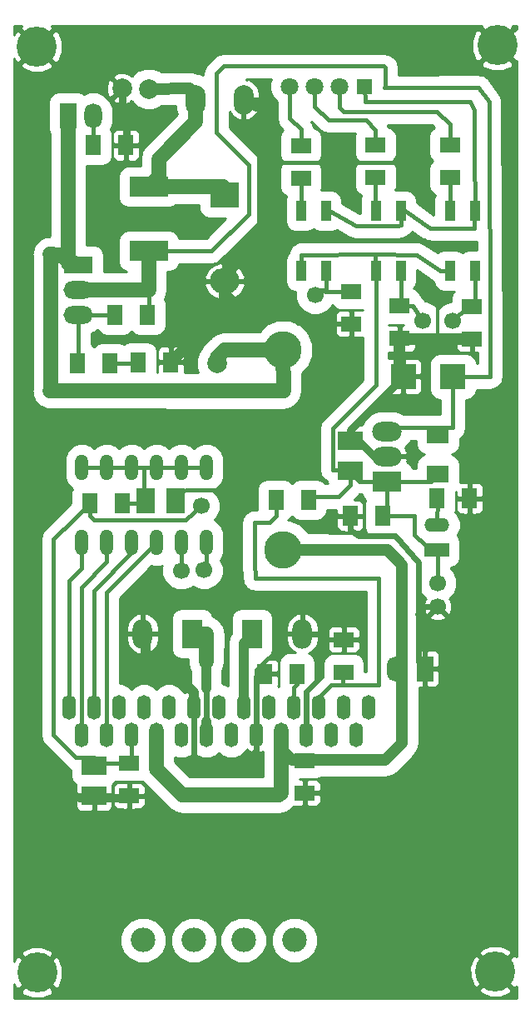
<source format=gbl>
G04 (created by PCBNEW-RS274X (2011-07-08 BZR 3044)-stable) date 2012-04-12 22:18:47*
G01*
G70*
G90*
%MOIN*%
G04 Gerber Fmt 3.4, Leading zero omitted, Abs format*
%FSLAX34Y34*%
G04 APERTURE LIST*
%ADD10C,0.006000*%
%ADD11R,0.118100X0.100000*%
%ADD12O,0.118100X0.100000*%
%ADD13C,0.150000*%
%ADD14O,0.098400X0.098400*%
%ADD15R,0.086600X0.070900*%
%ADD16O,0.118100X0.078700*%
%ADD17R,0.118100X0.078700*%
%ADD18O,0.118100X0.070900*%
%ADD19R,0.118100X0.070900*%
%ADD20O,0.078700X0.118700*%
%ADD21R,0.060000X0.080000*%
%ADD22R,0.080000X0.060000*%
%ADD23R,0.039400X0.078700*%
%ADD24R,0.065000X0.100000*%
%ADD25O,0.065000X0.100000*%
%ADD26R,0.100000X0.055000*%
%ADD27O,0.100000X0.055000*%
%ADD28R,0.070900X0.100000*%
%ADD29O,0.070900X0.100000*%
%ADD30C,0.066900*%
%ADD31R,0.157500X0.078700*%
%ADD32C,0.078700*%
%ADD33C,0.160000*%
%ADD34O,0.055100X0.098400*%
%ADD35R,0.078700X0.118100*%
%ADD36O,0.078700X0.118100*%
%ADD37O,0.052000X0.104000*%
%ADD38R,0.100400X0.098400*%
%ADD39R,0.098400X0.076800*%
%ADD40R,0.060000X0.060000*%
%ADD41C,0.070900*%
%ADD42R,0.076800X0.098400*%
%ADD43C,0.039400*%
%ADD44C,0.059100*%
%ADD45C,0.047200*%
%ADD46C,0.015700*%
%ADD47C,0.019700*%
%ADD48C,0.023600*%
%ADD49C,0.011800*%
%ADD50C,0.031500*%
%ADD51C,0.010000*%
G04 APERTURE END LIST*
G54D10*
G54D11*
X18230Y-17084D03*
G54D12*
X18230Y-20534D03*
G54D13*
X20578Y-23280D03*
X20578Y-31280D03*
G54D14*
X21033Y-46890D03*
X18983Y-46890D03*
X17008Y-46890D03*
X14958Y-46890D03*
G54D15*
X26782Y-28256D03*
X26782Y-26676D03*
G54D16*
X24734Y-26546D03*
X24734Y-27546D03*
G54D17*
X24734Y-28546D03*
G54D18*
X12380Y-21880D03*
X12380Y-20880D03*
G54D19*
X12380Y-19880D03*
G54D20*
X17072Y-13276D03*
X18997Y-13276D03*
G54D21*
X12978Y-15090D03*
X14278Y-15090D03*
X21586Y-29284D03*
X20286Y-29284D03*
X26748Y-29220D03*
X28048Y-29220D03*
X21134Y-36240D03*
X19834Y-36240D03*
X24564Y-29920D03*
X23264Y-29920D03*
G54D22*
X23004Y-36170D03*
X23004Y-34870D03*
G54D21*
X16080Y-23780D03*
X14780Y-23780D03*
G54D22*
X21284Y-15120D03*
X21284Y-16420D03*
X24274Y-15090D03*
X24274Y-16390D03*
X27254Y-15080D03*
X27254Y-16380D03*
X28148Y-21550D03*
X28148Y-22850D03*
X25248Y-21528D03*
X25248Y-22828D03*
X23302Y-20936D03*
X23302Y-22236D03*
G54D23*
X27252Y-17716D03*
X28252Y-17716D03*
X28252Y-20116D03*
X27252Y-20116D03*
X24290Y-17720D03*
X25290Y-17720D03*
X25290Y-20120D03*
X24290Y-20120D03*
X21290Y-17720D03*
X22290Y-17720D03*
X22290Y-20120D03*
X21290Y-20120D03*
G54D24*
X26266Y-36038D03*
G54D25*
X25066Y-36038D03*
G54D26*
X26738Y-31280D03*
G54D27*
X26738Y-30280D03*
G54D28*
X11970Y-13910D03*
G54D29*
X12970Y-13910D03*
G54D30*
X26768Y-32612D03*
G54D31*
X15194Y-16762D03*
X15194Y-19332D03*
G54D32*
X15188Y-12840D03*
X14122Y-12826D03*
G54D30*
X26768Y-33556D03*
G54D33*
X10708Y-11146D03*
X29152Y-11100D03*
X29078Y-48150D03*
X10718Y-48196D03*
G54D34*
X12000Y-37573D03*
X12500Y-38687D03*
X13000Y-37573D03*
X13500Y-38687D03*
X14000Y-37573D03*
X14500Y-38687D03*
X15000Y-37573D03*
X15500Y-38687D03*
X16000Y-37573D03*
X16500Y-38687D03*
X17000Y-37573D03*
X17500Y-38687D03*
X18000Y-37573D03*
X18500Y-38687D03*
X19000Y-37573D03*
X19500Y-38687D03*
X20000Y-37573D03*
X20500Y-38687D03*
X21000Y-37573D03*
X21500Y-38687D03*
X22000Y-37573D03*
X22500Y-38687D03*
X23000Y-37573D03*
X23500Y-38687D03*
X24000Y-37573D03*
G54D35*
X16942Y-34636D03*
G54D36*
X14942Y-34636D03*
G54D35*
X19342Y-34636D03*
G54D36*
X21342Y-34636D03*
G54D37*
X12510Y-30990D03*
X13510Y-30990D03*
X14510Y-30990D03*
X15510Y-30990D03*
X16510Y-30990D03*
X17510Y-30990D03*
X17510Y-27990D03*
X16510Y-27990D03*
X15510Y-27990D03*
X14510Y-27990D03*
X13510Y-27990D03*
X12510Y-27990D03*
G54D32*
X17922Y-23828D03*
G54D38*
X27378Y-24346D03*
X25390Y-24346D03*
G54D39*
X13004Y-39910D03*
X13004Y-41110D03*
G54D40*
X23844Y-12740D03*
G54D41*
X22844Y-12740D03*
X21844Y-12740D03*
X20844Y-12740D03*
G54D39*
X23274Y-28120D03*
X23274Y-26920D03*
G54D21*
X12824Y-29430D03*
X14124Y-29430D03*
G54D42*
X15064Y-29330D03*
X16264Y-29330D03*
G54D22*
X21438Y-41006D03*
X21438Y-39706D03*
G54D21*
X12344Y-23820D03*
X13644Y-23820D03*
X15144Y-21876D03*
X13844Y-21876D03*
G54D22*
X14404Y-39820D03*
X14404Y-41120D03*
G54D30*
X26168Y-22110D03*
X21860Y-21100D03*
X19342Y-34636D03*
X18158Y-42600D03*
X16492Y-32116D03*
X27382Y-22134D03*
X17408Y-32100D03*
X17288Y-29528D03*
G54D43*
X17560Y-16762D02*
X17908Y-16762D01*
X17908Y-16762D02*
X18230Y-17084D01*
X18230Y-17084D02*
X18230Y-16834D01*
X18230Y-16834D02*
X18158Y-16762D01*
X18158Y-16762D02*
X18230Y-17084D01*
G54D44*
X15592Y-15646D02*
X15592Y-16364D01*
G54D45*
X15188Y-12840D02*
X16820Y-12820D01*
G54D44*
X17072Y-13276D02*
X17072Y-14166D01*
X15592Y-16364D02*
X15194Y-16762D01*
G54D45*
X16820Y-12820D02*
X17072Y-13276D01*
G54D44*
X17072Y-14166D02*
X15592Y-15646D01*
X15194Y-16762D02*
X17560Y-16762D01*
X17560Y-16762D02*
X18158Y-16762D01*
X18158Y-16762D02*
X18230Y-16834D01*
G54D46*
X25766Y-21528D02*
X25248Y-21528D01*
X26168Y-22110D02*
X25766Y-21528D01*
X25290Y-21486D02*
X25248Y-21528D01*
X25290Y-20120D02*
X25290Y-21486D01*
X21708Y-20900D02*
X22290Y-20900D01*
X22268Y-20956D02*
X23302Y-20936D01*
X22290Y-20120D02*
X22290Y-20900D01*
X21860Y-21100D02*
X21708Y-20900D01*
X22290Y-20900D02*
X22268Y-20956D01*
G54D43*
X17500Y-38530D02*
X17500Y-38176D01*
X17485Y-38161D02*
X17500Y-38161D01*
X17500Y-38176D02*
X17485Y-38161D01*
G54D47*
X17500Y-36826D02*
X17500Y-35762D01*
G54D44*
X17500Y-35762D02*
X17512Y-34636D01*
X16942Y-34636D02*
X17512Y-34636D01*
G54D48*
X17500Y-38161D02*
X17500Y-36826D01*
G54D43*
X17500Y-36826D02*
X17500Y-35762D01*
X19000Y-35024D02*
X19000Y-37730D01*
X19000Y-35024D02*
X19000Y-37730D01*
X19342Y-34636D02*
X19342Y-34682D01*
X19342Y-34682D02*
X19000Y-35024D01*
X19342Y-34682D02*
X19000Y-35024D01*
G54D46*
X28244Y-18430D02*
X28252Y-17716D01*
X28072Y-13366D02*
X23854Y-13364D01*
X22290Y-17720D02*
X22430Y-17720D01*
X25304Y-18270D02*
X25180Y-18330D01*
X28148Y-18420D02*
X28244Y-18430D01*
X25290Y-17720D02*
X25304Y-18270D01*
X23500Y-18330D02*
X25180Y-18330D01*
X28252Y-16726D02*
X28234Y-16340D01*
X26482Y-18420D02*
X28148Y-18420D01*
X28252Y-17716D02*
X28252Y-16726D01*
X25290Y-17720D02*
X25482Y-17720D01*
X25482Y-17720D02*
X26482Y-18420D01*
X28234Y-16340D02*
X28234Y-13686D01*
X28234Y-13686D02*
X28072Y-13366D01*
X22430Y-17720D02*
X23500Y-18330D01*
X23854Y-13364D02*
X23844Y-12740D01*
G54D43*
X18260Y-21600D02*
X18260Y-20564D01*
X18260Y-20564D02*
X18230Y-20534D01*
G54D49*
X16714Y-28880D02*
X16264Y-29330D01*
X26782Y-22843D02*
X26782Y-21286D01*
G54D46*
X22762Y-15790D02*
X22762Y-14830D01*
X22762Y-14830D02*
X22740Y-14808D01*
X19770Y-15790D02*
X22762Y-15790D01*
X22762Y-15790D02*
X25872Y-15790D01*
X25872Y-15790D02*
X25882Y-15780D01*
G54D48*
X26768Y-33556D02*
X26274Y-33556D01*
X26274Y-33556D02*
X25982Y-33848D01*
X23264Y-29920D02*
X23268Y-30494D01*
X25996Y-35768D02*
X26266Y-36038D01*
X25996Y-31770D02*
X25996Y-33398D01*
X25996Y-33398D02*
X25996Y-35768D01*
X25050Y-30724D02*
X25996Y-31770D01*
X23598Y-30724D02*
X25050Y-30724D01*
X23268Y-30494D02*
X23598Y-30724D01*
G54D50*
X14122Y-12826D02*
X14122Y-14070D01*
G54D43*
X17000Y-37730D02*
X17000Y-36976D01*
X15068Y-34740D02*
X15038Y-36466D01*
X15038Y-36466D02*
X16490Y-36466D01*
X14942Y-34636D02*
X15068Y-34740D01*
X17000Y-36976D02*
X16490Y-36466D01*
G54D46*
X20392Y-34636D02*
X21342Y-34636D01*
X20392Y-35610D02*
X20392Y-34636D01*
X19956Y-35626D02*
X20392Y-35610D01*
X15572Y-32762D02*
X14932Y-32776D01*
X14932Y-32776D02*
X14932Y-33630D01*
X14932Y-33630D02*
X14942Y-34636D01*
X15572Y-32762D02*
X15304Y-32770D01*
G54D50*
X14288Y-14506D02*
X14278Y-15090D01*
X14122Y-14070D02*
X14288Y-14506D01*
X24734Y-27546D02*
X24240Y-27546D01*
X23614Y-26920D02*
X23274Y-26920D01*
X24240Y-27546D02*
X23614Y-26920D01*
X25390Y-24346D02*
X25390Y-24354D01*
G54D46*
X20212Y-21210D02*
X18606Y-21210D01*
G54D50*
X25390Y-24354D02*
X23274Y-26470D01*
X12394Y-41204D02*
X13004Y-41110D01*
G54D46*
X19500Y-36082D02*
X19956Y-35626D01*
X19500Y-36361D02*
X19500Y-36082D01*
G54D48*
X19500Y-38530D02*
X19500Y-36361D01*
G54D46*
X19477Y-36361D02*
X19500Y-36361D01*
X19500Y-36361D02*
X19477Y-36361D01*
X19621Y-36240D02*
X19500Y-36361D01*
G54D45*
X18260Y-21600D02*
X16080Y-23780D01*
G54D46*
X19834Y-36240D02*
X19621Y-36240D01*
G54D48*
X21500Y-36964D02*
X22114Y-36350D01*
X21500Y-38530D02*
X21500Y-36964D01*
X22030Y-34636D02*
X21342Y-34636D01*
X22114Y-34720D02*
X22030Y-34636D01*
X22114Y-36350D02*
X22114Y-34720D01*
X19500Y-39278D02*
X18908Y-39870D01*
X19500Y-38530D02*
X19500Y-39278D01*
X17000Y-39584D02*
X17000Y-37730D01*
X17286Y-39870D02*
X17000Y-39584D01*
X18908Y-39870D02*
X17286Y-39870D01*
G54D46*
X23302Y-24564D02*
X18966Y-28880D01*
X18966Y-28880D02*
X16714Y-28880D01*
X16714Y-28880D02*
X16694Y-28880D01*
X23302Y-22236D02*
X23302Y-24564D01*
X23302Y-22236D02*
X21172Y-22230D01*
X18606Y-21210D02*
X18230Y-20834D01*
G54D45*
X18230Y-20834D02*
X18260Y-21600D01*
G54D46*
X21172Y-22230D02*
X20212Y-21210D01*
G54D45*
X25248Y-22828D02*
X25248Y-24204D01*
X25248Y-24204D02*
X25390Y-24346D01*
X28148Y-22850D02*
X26782Y-22843D01*
X26782Y-22843D02*
X25256Y-22836D01*
X25256Y-22836D02*
X25248Y-22828D01*
X18230Y-20834D02*
X18212Y-20294D01*
X19770Y-13603D02*
X18997Y-13276D01*
X19770Y-18768D02*
X19770Y-15790D01*
X19770Y-15790D02*
X19770Y-13603D01*
X18212Y-20294D02*
X19770Y-18768D01*
G54D50*
X14242Y-41206D02*
X12394Y-41204D01*
X23274Y-26470D02*
X23274Y-26920D01*
G54D46*
X21284Y-17714D02*
X21290Y-17720D01*
X21284Y-16420D02*
X21284Y-17714D01*
X24274Y-17704D02*
X24290Y-17720D01*
X24274Y-16390D02*
X24274Y-17704D01*
X24274Y-15090D02*
X24274Y-14470D01*
X21844Y-13560D02*
X21844Y-12740D01*
X22384Y-14100D02*
X21844Y-13560D01*
X23904Y-14100D02*
X22384Y-14100D01*
X24274Y-14470D02*
X23904Y-14100D01*
X13644Y-23820D02*
X14740Y-23820D01*
X14740Y-23820D02*
X14780Y-23780D01*
X27254Y-16380D02*
X27254Y-17714D01*
X27254Y-17714D02*
X27252Y-17716D01*
X27254Y-14260D02*
X26744Y-13750D01*
X27254Y-15080D02*
X27254Y-14260D01*
X22844Y-13580D02*
X22844Y-12740D01*
X23014Y-13750D02*
X22844Y-13580D01*
X26744Y-13750D02*
X23014Y-13750D01*
G54D45*
X22134Y-39690D02*
X24670Y-39690D01*
X20930Y-39690D02*
X22134Y-39690D01*
G54D46*
X20500Y-39260D02*
X20500Y-38530D01*
X20808Y-39568D02*
X20500Y-39260D01*
X20808Y-39602D02*
X20808Y-39568D01*
G54D43*
X24370Y-31282D02*
X24390Y-31302D01*
X20578Y-31280D02*
X24370Y-31282D01*
G54D44*
X15500Y-40064D02*
X16536Y-41100D01*
X16536Y-41100D02*
X20408Y-41100D01*
G54D43*
X25340Y-35764D02*
X25066Y-36038D01*
G54D44*
X20500Y-41008D02*
X20500Y-38530D01*
X15500Y-38530D02*
X15500Y-40064D01*
G54D43*
X25334Y-36038D02*
X25340Y-36032D01*
G54D45*
X25340Y-39020D02*
X25340Y-37314D01*
G54D43*
X22134Y-39690D02*
X21454Y-39690D01*
X21454Y-39690D02*
X21438Y-39706D01*
X25340Y-35460D02*
X25340Y-35764D01*
G54D44*
X20408Y-41100D02*
X20500Y-41008D01*
G54D45*
X24670Y-39690D02*
X25340Y-39020D01*
X24760Y-31290D02*
X20578Y-31280D01*
X20500Y-39260D02*
X20930Y-39690D01*
X20500Y-38530D02*
X20500Y-39260D01*
G54D43*
X25066Y-36038D02*
X25334Y-36038D01*
G54D45*
X25340Y-37314D02*
X25340Y-35460D01*
X25340Y-35460D02*
X25340Y-31870D01*
G54D43*
X25340Y-36032D02*
X25066Y-36038D01*
G54D45*
X25340Y-31870D02*
X24760Y-31290D01*
G54D46*
X21284Y-14460D02*
X20844Y-14020D01*
X21284Y-15120D02*
X21284Y-14460D01*
X20844Y-14020D02*
X20844Y-12740D01*
X13510Y-27990D02*
X12510Y-27990D01*
X14510Y-27990D02*
X13510Y-27990D01*
X15014Y-27990D02*
X14510Y-27990D01*
X17510Y-27990D02*
X16510Y-27990D01*
X14964Y-29430D02*
X15064Y-29330D01*
X14124Y-29430D02*
X14964Y-29430D01*
X16510Y-27990D02*
X15510Y-27990D01*
X15014Y-27990D02*
X15014Y-29280D01*
X15510Y-27990D02*
X15014Y-27990D01*
X15014Y-29280D02*
X15064Y-29330D01*
X16510Y-30990D02*
X16510Y-32098D01*
X16510Y-32098D02*
X16492Y-32116D01*
X12500Y-38530D02*
X12500Y-32778D01*
X12500Y-32778D02*
X13510Y-31768D01*
X13510Y-31768D02*
X13510Y-30990D01*
X20286Y-29934D02*
X20024Y-30196D01*
X19436Y-31800D02*
X19462Y-32430D01*
X19436Y-30766D02*
X19436Y-31800D01*
X19430Y-30196D02*
X19436Y-30766D01*
X20024Y-30196D02*
X19430Y-30196D01*
X22000Y-37174D02*
X22000Y-37730D01*
X22974Y-36676D02*
X22974Y-36200D01*
X24412Y-32430D02*
X24412Y-36676D01*
X22974Y-36200D02*
X23004Y-36170D01*
X19462Y-32430D02*
X24412Y-32430D01*
X22974Y-36676D02*
X22492Y-36676D01*
X24412Y-36676D02*
X22974Y-36676D01*
X22492Y-36676D02*
X22000Y-37174D01*
X20286Y-29284D02*
X20286Y-29934D01*
X12000Y-32528D02*
X12510Y-32018D01*
X12510Y-32018D02*
X12510Y-30990D01*
X12000Y-37730D02*
X12000Y-32528D01*
X13500Y-38530D02*
X13500Y-33000D01*
X13500Y-33000D02*
X15510Y-30990D01*
X21134Y-36240D02*
X21134Y-36650D01*
X21134Y-36650D02*
X21000Y-36784D01*
X21000Y-36784D02*
X21000Y-37730D01*
X28252Y-21446D02*
X28148Y-21550D01*
X27382Y-22134D02*
X27980Y-21536D01*
X27980Y-21536D02*
X28148Y-21550D01*
X28252Y-20116D02*
X28252Y-21446D01*
X17510Y-32056D02*
X17408Y-32100D01*
X17510Y-30990D02*
X17510Y-32056D01*
X12380Y-23784D02*
X12344Y-23820D01*
X13840Y-21880D02*
X13844Y-21876D01*
X12380Y-21880D02*
X13840Y-21880D01*
X12380Y-21880D02*
X12380Y-23784D01*
X26738Y-30280D02*
X26752Y-29224D01*
X26752Y-29224D02*
X26748Y-29220D01*
X12970Y-13910D02*
X12970Y-14930D01*
X12970Y-14930D02*
X12978Y-15090D01*
X13000Y-32908D02*
X14510Y-31398D01*
X13000Y-37730D02*
X13000Y-32908D01*
X14510Y-31398D02*
X14510Y-30990D01*
X15194Y-20896D02*
X15194Y-21826D01*
X15194Y-21826D02*
X15144Y-21876D01*
X26492Y-26386D02*
X26782Y-26676D01*
G54D44*
X12400Y-20900D02*
X12380Y-20880D01*
G54D46*
X27382Y-26386D02*
X27382Y-24350D01*
G54D44*
X15194Y-19332D02*
X15194Y-20896D01*
X15194Y-20896D02*
X15190Y-20900D01*
G54D46*
X26174Y-26386D02*
X24894Y-26386D01*
X27382Y-26386D02*
X26174Y-26386D01*
X27382Y-24350D02*
X27378Y-24346D01*
X28820Y-13356D02*
X28874Y-23412D01*
X24894Y-26386D02*
X24734Y-26546D01*
G54D44*
X15190Y-20900D02*
X12400Y-20900D01*
G54D46*
X26174Y-26386D02*
X26492Y-26386D01*
X17712Y-19332D02*
X15194Y-19332D01*
X19194Y-17850D02*
X17712Y-19332D01*
X19194Y-15880D02*
X19194Y-17850D01*
X17900Y-14586D02*
X19194Y-15880D01*
X17900Y-12234D02*
X17900Y-14586D01*
X18208Y-11926D02*
X17900Y-12234D01*
X24608Y-11926D02*
X18208Y-11926D01*
X24682Y-12000D02*
X24608Y-11926D01*
X28874Y-24350D02*
X27378Y-24346D01*
X24638Y-12796D02*
X24682Y-12796D01*
X24682Y-12796D02*
X28416Y-12784D01*
X28416Y-12784D02*
X28820Y-13356D01*
X24682Y-12796D02*
X24682Y-12000D01*
X28874Y-23412D02*
X28874Y-24350D01*
X14404Y-39820D02*
X12920Y-39824D01*
X12920Y-39824D02*
X13004Y-39910D01*
X14500Y-38530D02*
X14500Y-39724D01*
X14500Y-39724D02*
X14404Y-39820D01*
X26768Y-32612D02*
X26768Y-31310D01*
X26768Y-31310D02*
X26738Y-31280D01*
X17288Y-29528D02*
X16658Y-30090D01*
X16658Y-30090D02*
X12998Y-30090D01*
X12998Y-30090D02*
X12828Y-29920D01*
X12824Y-29430D02*
X12828Y-29920D01*
X24564Y-29920D02*
X25844Y-29910D01*
X26274Y-31100D02*
X26738Y-31280D01*
X25844Y-30670D02*
X26274Y-31100D01*
X25844Y-30270D02*
X25844Y-30670D01*
X25844Y-29910D02*
X25844Y-30270D01*
X24734Y-28546D02*
X24734Y-29894D01*
X24734Y-29894D02*
X24564Y-29920D01*
X22808Y-29156D02*
X21714Y-29156D01*
X21714Y-29156D02*
X21586Y-29284D01*
X13010Y-39600D02*
X12282Y-39600D01*
X13004Y-39910D02*
X13010Y-39600D01*
X12184Y-30040D02*
X12824Y-29430D01*
X11372Y-30852D02*
X12184Y-30040D01*
X11372Y-38690D02*
X11372Y-30852D01*
X12282Y-39600D02*
X11372Y-38690D01*
X22564Y-28070D02*
X23224Y-28070D01*
X24290Y-20120D02*
X24290Y-24694D01*
X23274Y-28690D02*
X22808Y-29156D01*
X23274Y-28120D02*
X23274Y-28690D01*
X23630Y-28546D02*
X24734Y-28546D01*
X23274Y-28190D02*
X23630Y-28546D01*
X23274Y-28120D02*
X23274Y-28190D01*
X23224Y-28070D02*
X23274Y-28120D01*
X27252Y-20116D02*
X26880Y-20116D01*
X25934Y-19470D02*
X24276Y-19468D01*
X26880Y-20116D02*
X25934Y-19470D01*
X24290Y-24694D02*
X22564Y-26420D01*
X24734Y-28546D02*
X26134Y-28546D01*
X26492Y-28546D02*
X26782Y-28256D01*
X26134Y-28546D02*
X26492Y-28546D01*
X22564Y-26420D02*
X22564Y-28070D01*
X24290Y-20120D02*
X24260Y-19496D01*
X24260Y-19496D02*
X24276Y-19468D01*
X21290Y-20120D02*
X21290Y-19840D01*
X21314Y-19470D02*
X24276Y-19468D01*
X21290Y-19840D02*
X21314Y-19470D01*
G54D44*
X20578Y-23280D02*
X18220Y-23290D01*
X17922Y-23588D02*
X17922Y-23828D01*
X18220Y-23290D02*
X17922Y-23588D01*
X20584Y-24930D02*
X11244Y-24916D01*
X11602Y-19473D02*
X12380Y-19880D01*
X11246Y-19468D02*
X11602Y-19473D01*
X11256Y-19466D02*
X11246Y-19468D01*
X11258Y-24840D02*
X11256Y-19466D01*
X11244Y-24916D02*
X11258Y-24840D01*
X11970Y-13910D02*
X11970Y-19820D01*
X11970Y-19820D02*
X12380Y-19880D01*
X20578Y-23280D02*
X20584Y-24930D01*
G54D10*
G36*
X16314Y-29380D02*
X16214Y-29380D01*
X16214Y-29280D01*
X16314Y-29280D01*
X16314Y-29380D01*
X16314Y-29380D01*
G37*
G54D51*
X16314Y-29380D02*
X16214Y-29380D01*
X16214Y-29280D01*
X16314Y-29280D01*
X16314Y-29380D01*
G54D10*
G36*
X19761Y-40361D02*
X16842Y-40361D01*
X16239Y-39757D01*
X16239Y-39577D01*
X16360Y-39627D01*
X16640Y-39627D01*
X16899Y-39520D01*
X17000Y-39419D01*
X17100Y-39520D01*
X17360Y-39627D01*
X17640Y-39627D01*
X17899Y-39520D01*
X18000Y-39419D01*
X18100Y-39520D01*
X18360Y-39627D01*
X18640Y-39627D01*
X18899Y-39520D01*
X19098Y-39322D01*
X19123Y-39261D01*
X19169Y-39316D01*
X19352Y-39411D01*
X19369Y-39412D01*
X19450Y-39364D01*
X19450Y-38787D01*
X19450Y-38737D01*
X19450Y-38637D01*
X19550Y-38637D01*
X19550Y-38737D01*
X19550Y-38787D01*
X19550Y-39364D01*
X19631Y-39412D01*
X19648Y-39411D01*
X19761Y-39352D01*
X19761Y-40361D01*
X19761Y-40361D01*
G37*
G54D51*
X19761Y-40361D02*
X16842Y-40361D01*
X16239Y-39757D01*
X16239Y-39577D01*
X16360Y-39627D01*
X16640Y-39627D01*
X16899Y-39520D01*
X17000Y-39419D01*
X17100Y-39520D01*
X17360Y-39627D01*
X17640Y-39627D01*
X17899Y-39520D01*
X18000Y-39419D01*
X18100Y-39520D01*
X18360Y-39627D01*
X18640Y-39627D01*
X18899Y-39520D01*
X19098Y-39322D01*
X19123Y-39261D01*
X19169Y-39316D01*
X19352Y-39411D01*
X19369Y-39412D01*
X19450Y-39364D01*
X19450Y-38787D01*
X19450Y-38737D01*
X19450Y-38637D01*
X19550Y-38637D01*
X19550Y-38737D01*
X19550Y-38787D01*
X19550Y-39364D01*
X19631Y-39412D01*
X19648Y-39411D01*
X19761Y-39352D01*
X19761Y-40361D01*
G54D10*
G36*
X23324Y-26970D02*
X23224Y-26970D01*
X23224Y-26870D01*
X23324Y-26870D01*
X23324Y-26970D01*
X23324Y-26970D01*
G37*
G54D51*
X23324Y-26970D02*
X23224Y-26970D01*
X23224Y-26870D01*
X23324Y-26870D01*
X23324Y-26970D01*
G54D10*
G36*
X23707Y-17100D02*
X23650Y-17239D01*
X23650Y-17415D01*
X23650Y-17808D01*
X23638Y-17808D01*
X22930Y-17404D01*
X22930Y-17239D01*
X22863Y-17076D01*
X22738Y-16952D01*
X22575Y-16884D01*
X22399Y-16884D01*
X22095Y-16884D01*
X22127Y-16808D01*
X22127Y-16632D01*
X22127Y-16032D01*
X22060Y-15869D01*
X21960Y-15770D01*
X22059Y-15671D01*
X22127Y-15508D01*
X22127Y-15332D01*
X22127Y-14732D01*
X22060Y-14569D01*
X21935Y-14445D01*
X21790Y-14384D01*
X21766Y-14260D01*
X21686Y-14140D01*
X22014Y-14469D01*
X22015Y-14469D01*
X22184Y-14582D01*
X22384Y-14622D01*
X23464Y-14622D01*
X23431Y-14702D01*
X23431Y-14878D01*
X23431Y-15478D01*
X23498Y-15641D01*
X23597Y-15739D01*
X23499Y-15839D01*
X23431Y-16002D01*
X23431Y-16178D01*
X23431Y-16778D01*
X23498Y-16941D01*
X23623Y-17065D01*
X23707Y-17100D01*
X23707Y-17100D01*
G37*
G54D51*
X23707Y-17100D02*
X23650Y-17239D01*
X23650Y-17415D01*
X23650Y-17808D01*
X23638Y-17808D01*
X22930Y-17404D01*
X22930Y-17239D01*
X22863Y-17076D01*
X22738Y-16952D01*
X22575Y-16884D01*
X22399Y-16884D01*
X22095Y-16884D01*
X22127Y-16808D01*
X22127Y-16632D01*
X22127Y-16032D01*
X22060Y-15869D01*
X21960Y-15770D01*
X22059Y-15671D01*
X22127Y-15508D01*
X22127Y-15332D01*
X22127Y-14732D01*
X22060Y-14569D01*
X21935Y-14445D01*
X21790Y-14384D01*
X21766Y-14260D01*
X21686Y-14140D01*
X22014Y-14469D01*
X22015Y-14469D01*
X22184Y-14582D01*
X22384Y-14622D01*
X23464Y-14622D01*
X23431Y-14702D01*
X23431Y-14878D01*
X23431Y-15478D01*
X23498Y-15641D01*
X23597Y-15739D01*
X23499Y-15839D01*
X23431Y-16002D01*
X23431Y-16178D01*
X23431Y-16778D01*
X23498Y-16941D01*
X23623Y-17065D01*
X23707Y-17100D01*
G54D10*
G36*
X23922Y-30605D02*
X23814Y-30604D01*
X23814Y-30032D01*
X23752Y-29970D01*
X23314Y-29970D01*
X23314Y-30508D01*
X23376Y-30570D01*
X23613Y-30569D01*
X23705Y-30531D01*
X23775Y-30461D01*
X23813Y-30370D01*
X23813Y-30271D01*
X23814Y-30032D01*
X23814Y-30604D01*
X23214Y-30603D01*
X23214Y-30508D01*
X23214Y-29970D01*
X22776Y-29970D01*
X22714Y-30032D01*
X22715Y-30271D01*
X22715Y-30370D01*
X22753Y-30461D01*
X22823Y-30531D01*
X22915Y-30569D01*
X23152Y-30570D01*
X23214Y-30508D01*
X23214Y-30603D01*
X21587Y-30601D01*
X21255Y-30269D01*
X20817Y-30087D01*
X20777Y-30086D01*
X20777Y-30084D01*
X20837Y-30060D01*
X20935Y-29960D01*
X21035Y-30059D01*
X21198Y-30127D01*
X21374Y-30127D01*
X21974Y-30127D01*
X22137Y-30060D01*
X22261Y-29935D01*
X22329Y-29772D01*
X22329Y-29678D01*
X22714Y-29678D01*
X22714Y-29808D01*
X22776Y-29870D01*
X23164Y-29870D01*
X23214Y-29870D01*
X23314Y-29870D01*
X23364Y-29870D01*
X23752Y-29870D01*
X23814Y-29808D01*
X23813Y-29569D01*
X23813Y-29470D01*
X23775Y-29379D01*
X23705Y-29309D01*
X23613Y-29271D01*
X23431Y-29270D01*
X23634Y-29068D01*
X23717Y-29068D01*
X23768Y-29190D01*
X23876Y-29298D01*
X23821Y-29432D01*
X23821Y-29608D01*
X23821Y-30408D01*
X23888Y-30571D01*
X23922Y-30605D01*
X23922Y-30605D01*
G37*
G54D51*
X23922Y-30605D02*
X23814Y-30604D01*
X23814Y-30032D01*
X23752Y-29970D01*
X23314Y-29970D01*
X23314Y-30508D01*
X23376Y-30570D01*
X23613Y-30569D01*
X23705Y-30531D01*
X23775Y-30461D01*
X23813Y-30370D01*
X23813Y-30271D01*
X23814Y-30032D01*
X23814Y-30604D01*
X23214Y-30603D01*
X23214Y-30508D01*
X23214Y-29970D01*
X22776Y-29970D01*
X22714Y-30032D01*
X22715Y-30271D01*
X22715Y-30370D01*
X22753Y-30461D01*
X22823Y-30531D01*
X22915Y-30569D01*
X23152Y-30570D01*
X23214Y-30508D01*
X23214Y-30603D01*
X21587Y-30601D01*
X21255Y-30269D01*
X20817Y-30087D01*
X20777Y-30086D01*
X20777Y-30084D01*
X20837Y-30060D01*
X20935Y-29960D01*
X21035Y-30059D01*
X21198Y-30127D01*
X21374Y-30127D01*
X21974Y-30127D01*
X22137Y-30060D01*
X22261Y-29935D01*
X22329Y-29772D01*
X22329Y-29678D01*
X22714Y-29678D01*
X22714Y-29808D01*
X22776Y-29870D01*
X23164Y-29870D01*
X23214Y-29870D01*
X23314Y-29870D01*
X23364Y-29870D01*
X23752Y-29870D01*
X23814Y-29808D01*
X23813Y-29569D01*
X23813Y-29470D01*
X23775Y-29379D01*
X23705Y-29309D01*
X23613Y-29271D01*
X23431Y-29270D01*
X23634Y-29068D01*
X23717Y-29068D01*
X23768Y-29190D01*
X23876Y-29298D01*
X23821Y-29432D01*
X23821Y-29608D01*
X23821Y-30408D01*
X23888Y-30571D01*
X23922Y-30605D01*
G54D10*
G36*
X26244Y-27465D02*
X26098Y-27526D01*
X25974Y-27651D01*
X25906Y-27814D01*
X25906Y-27990D01*
X25906Y-28024D01*
X25750Y-28024D01*
X25700Y-27902D01*
X25575Y-27778D01*
X25535Y-27761D01*
X25543Y-27748D01*
X25556Y-27696D01*
X25509Y-27596D01*
X24834Y-27596D01*
X24784Y-27596D01*
X24684Y-27596D01*
X24684Y-27496D01*
X24784Y-27496D01*
X24834Y-27496D01*
X25509Y-27496D01*
X25556Y-27396D01*
X25543Y-27344D01*
X25460Y-27197D01*
X25647Y-27011D01*
X25689Y-26908D01*
X25906Y-26908D01*
X25906Y-27118D01*
X25973Y-27281D01*
X26098Y-27405D01*
X26244Y-27465D01*
X26244Y-27465D01*
G37*
G54D51*
X26244Y-27465D02*
X26098Y-27526D01*
X25974Y-27651D01*
X25906Y-27814D01*
X25906Y-27990D01*
X25906Y-28024D01*
X25750Y-28024D01*
X25700Y-27902D01*
X25575Y-27778D01*
X25535Y-27761D01*
X25543Y-27748D01*
X25556Y-27696D01*
X25509Y-27596D01*
X24834Y-27596D01*
X24784Y-27596D01*
X24684Y-27596D01*
X24684Y-27496D01*
X24784Y-27496D01*
X24834Y-27496D01*
X25509Y-27496D01*
X25556Y-27396D01*
X25543Y-27344D01*
X25460Y-27197D01*
X25647Y-27011D01*
X25689Y-26908D01*
X25906Y-26908D01*
X25906Y-27118D01*
X25973Y-27281D01*
X26098Y-27405D01*
X26244Y-27465D01*
G54D10*
G36*
X26674Y-17084D02*
X26612Y-17235D01*
X26612Y-17411D01*
X26612Y-17873D01*
X25930Y-17396D01*
X25930Y-17239D01*
X25863Y-17076D01*
X25738Y-16952D01*
X25575Y-16884D01*
X25399Y-16884D01*
X25072Y-16884D01*
X25117Y-16778D01*
X25117Y-16602D01*
X25117Y-16002D01*
X25050Y-15839D01*
X24950Y-15740D01*
X25049Y-15641D01*
X25117Y-15478D01*
X25117Y-15302D01*
X25117Y-14702D01*
X25050Y-14539D01*
X24925Y-14415D01*
X24772Y-14351D01*
X24756Y-14272D01*
X26528Y-14272D01*
X26643Y-14387D01*
X26603Y-14404D01*
X26479Y-14529D01*
X26411Y-14692D01*
X26411Y-14868D01*
X26411Y-15468D01*
X26478Y-15631D01*
X26577Y-15729D01*
X26479Y-15829D01*
X26411Y-15992D01*
X26411Y-16168D01*
X26411Y-16768D01*
X26478Y-16931D01*
X26603Y-17055D01*
X26674Y-17084D01*
X26674Y-17084D01*
G37*
G54D51*
X26674Y-17084D02*
X26612Y-17235D01*
X26612Y-17411D01*
X26612Y-17873D01*
X25930Y-17396D01*
X25930Y-17239D01*
X25863Y-17076D01*
X25738Y-16952D01*
X25575Y-16884D01*
X25399Y-16884D01*
X25072Y-16884D01*
X25117Y-16778D01*
X25117Y-16602D01*
X25117Y-16002D01*
X25050Y-15839D01*
X24950Y-15740D01*
X25049Y-15641D01*
X25117Y-15478D01*
X25117Y-15302D01*
X25117Y-14702D01*
X25050Y-14539D01*
X24925Y-14415D01*
X24772Y-14351D01*
X24756Y-14272D01*
X26528Y-14272D01*
X26643Y-14387D01*
X26603Y-14404D01*
X26479Y-14529D01*
X26411Y-14692D01*
X26411Y-14868D01*
X26411Y-15468D01*
X26478Y-15631D01*
X26577Y-15729D01*
X26479Y-15829D01*
X26411Y-15992D01*
X26411Y-16168D01*
X26411Y-16768D01*
X26478Y-16931D01*
X26603Y-17055D01*
X26674Y-17084D01*
G54D10*
G36*
X27419Y-20952D02*
X27373Y-20999D01*
X27305Y-21162D01*
X27305Y-21338D01*
X27305Y-21356D01*
X27228Y-21356D01*
X26942Y-21474D01*
X26787Y-21629D01*
X26609Y-21451D01*
X26323Y-21332D01*
X26264Y-21332D01*
X26196Y-21232D01*
X26161Y-21198D01*
X26135Y-21159D01*
X26087Y-21127D01*
X26085Y-21125D01*
X26084Y-21124D01*
X26024Y-20977D01*
X25899Y-20853D01*
X25812Y-20816D01*
X25812Y-20814D01*
X25862Y-20764D01*
X25930Y-20601D01*
X25930Y-20425D01*
X25930Y-20098D01*
X26586Y-20546D01*
X26612Y-20557D01*
X26612Y-20597D01*
X26679Y-20760D01*
X26804Y-20884D01*
X26967Y-20952D01*
X27143Y-20952D01*
X27419Y-20952D01*
X27419Y-20952D01*
G37*
G54D51*
X27419Y-20952D02*
X27373Y-20999D01*
X27305Y-21162D01*
X27305Y-21338D01*
X27305Y-21356D01*
X27228Y-21356D01*
X26942Y-21474D01*
X26787Y-21629D01*
X26609Y-21451D01*
X26323Y-21332D01*
X26264Y-21332D01*
X26196Y-21232D01*
X26161Y-21198D01*
X26135Y-21159D01*
X26087Y-21127D01*
X26085Y-21125D01*
X26084Y-21124D01*
X26024Y-20977D01*
X25899Y-20853D01*
X25812Y-20816D01*
X25812Y-20814D01*
X25862Y-20764D01*
X25930Y-20601D01*
X25930Y-20425D01*
X25930Y-20098D01*
X26586Y-20546D01*
X26612Y-20557D01*
X26612Y-20597D01*
X26679Y-20760D01*
X26804Y-20884D01*
X26967Y-20952D01*
X27143Y-20952D01*
X27419Y-20952D01*
G54D10*
G36*
X28352Y-23827D02*
X28323Y-23827D01*
X28323Y-23766D01*
X28256Y-23603D01*
X28131Y-23479D01*
X27968Y-23411D01*
X27792Y-23411D01*
X26788Y-23411D01*
X26625Y-23478D01*
X26501Y-23603D01*
X26433Y-23766D01*
X26433Y-23942D01*
X26433Y-24926D01*
X26500Y-25089D01*
X26625Y-25213D01*
X26788Y-25281D01*
X26860Y-25281D01*
X26860Y-25864D01*
X26492Y-25864D01*
X26174Y-25864D01*
X26142Y-25864D01*
X26142Y-24458D01*
X26142Y-24234D01*
X26141Y-23903D01*
X26141Y-23804D01*
X26103Y-23713D01*
X26033Y-23643D01*
X25941Y-23605D01*
X25898Y-23604D01*
X25502Y-23604D01*
X25440Y-23666D01*
X25440Y-24296D01*
X26080Y-24296D01*
X26142Y-24234D01*
X26142Y-24458D01*
X26080Y-24396D01*
X25440Y-24396D01*
X25440Y-25026D01*
X25502Y-25088D01*
X25941Y-25087D01*
X26033Y-25049D01*
X26103Y-24979D01*
X26141Y-24888D01*
X26141Y-24789D01*
X26142Y-24458D01*
X26142Y-25864D01*
X25430Y-25864D01*
X25416Y-25850D01*
X25115Y-25725D01*
X24788Y-25725D01*
X24354Y-25725D01*
X24052Y-25850D01*
X23821Y-26081D01*
X23735Y-26287D01*
X23717Y-26287D01*
X23435Y-26286D01*
X24658Y-25064D01*
X24658Y-25063D01*
X24659Y-25063D01*
X24699Y-25001D01*
X24747Y-25049D01*
X24839Y-25087D01*
X25278Y-25088D01*
X25340Y-25026D01*
X25340Y-24446D01*
X25340Y-24396D01*
X25340Y-24296D01*
X25340Y-24246D01*
X25340Y-23666D01*
X25278Y-23604D01*
X24839Y-23605D01*
X24812Y-23616D01*
X24812Y-23377D01*
X24897Y-23377D01*
X25136Y-23378D01*
X25198Y-23316D01*
X25198Y-22928D01*
X25198Y-22878D01*
X25198Y-22778D01*
X25198Y-22728D01*
X25198Y-22340D01*
X25136Y-22278D01*
X24897Y-22279D01*
X24812Y-22279D01*
X24812Y-22271D01*
X24936Y-22271D01*
X25392Y-22271D01*
X25395Y-22278D01*
X25360Y-22278D01*
X25298Y-22340D01*
X25298Y-22728D01*
X25298Y-22778D01*
X25298Y-22878D01*
X25298Y-22928D01*
X25298Y-23316D01*
X25360Y-23378D01*
X25599Y-23377D01*
X25698Y-23377D01*
X25789Y-23339D01*
X25859Y-23269D01*
X25897Y-23177D01*
X25898Y-22940D01*
X25886Y-22928D01*
X25898Y-22928D01*
X25898Y-22840D01*
X26013Y-22888D01*
X26322Y-22888D01*
X26608Y-22770D01*
X26763Y-22615D01*
X26941Y-22793D01*
X27227Y-22912D01*
X27498Y-22912D01*
X27498Y-22950D01*
X27509Y-22950D01*
X27498Y-22962D01*
X27499Y-23199D01*
X27537Y-23291D01*
X27607Y-23361D01*
X27698Y-23399D01*
X27797Y-23399D01*
X28036Y-23400D01*
X28098Y-23338D01*
X28098Y-22950D01*
X28098Y-22900D01*
X28098Y-22800D01*
X28198Y-22800D01*
X28198Y-22900D01*
X28198Y-22950D01*
X28198Y-23338D01*
X28260Y-23400D01*
X28350Y-23399D01*
X28351Y-23415D01*
X28352Y-23419D01*
X28352Y-23827D01*
X28352Y-23827D01*
G37*
G54D51*
X28352Y-23827D02*
X28323Y-23827D01*
X28323Y-23766D01*
X28256Y-23603D01*
X28131Y-23479D01*
X27968Y-23411D01*
X27792Y-23411D01*
X26788Y-23411D01*
X26625Y-23478D01*
X26501Y-23603D01*
X26433Y-23766D01*
X26433Y-23942D01*
X26433Y-24926D01*
X26500Y-25089D01*
X26625Y-25213D01*
X26788Y-25281D01*
X26860Y-25281D01*
X26860Y-25864D01*
X26492Y-25864D01*
X26174Y-25864D01*
X26142Y-25864D01*
X26142Y-24458D01*
X26142Y-24234D01*
X26141Y-23903D01*
X26141Y-23804D01*
X26103Y-23713D01*
X26033Y-23643D01*
X25941Y-23605D01*
X25898Y-23604D01*
X25502Y-23604D01*
X25440Y-23666D01*
X25440Y-24296D01*
X26080Y-24296D01*
X26142Y-24234D01*
X26142Y-24458D01*
X26080Y-24396D01*
X25440Y-24396D01*
X25440Y-25026D01*
X25502Y-25088D01*
X25941Y-25087D01*
X26033Y-25049D01*
X26103Y-24979D01*
X26141Y-24888D01*
X26141Y-24789D01*
X26142Y-24458D01*
X26142Y-25864D01*
X25430Y-25864D01*
X25416Y-25850D01*
X25115Y-25725D01*
X24788Y-25725D01*
X24354Y-25725D01*
X24052Y-25850D01*
X23821Y-26081D01*
X23735Y-26287D01*
X23717Y-26287D01*
X23435Y-26286D01*
X24658Y-25064D01*
X24658Y-25063D01*
X24659Y-25063D01*
X24699Y-25001D01*
X24747Y-25049D01*
X24839Y-25087D01*
X25278Y-25088D01*
X25340Y-25026D01*
X25340Y-24446D01*
X25340Y-24396D01*
X25340Y-24296D01*
X25340Y-24246D01*
X25340Y-23666D01*
X25278Y-23604D01*
X24839Y-23605D01*
X24812Y-23616D01*
X24812Y-23377D01*
X24897Y-23377D01*
X25136Y-23378D01*
X25198Y-23316D01*
X25198Y-22928D01*
X25198Y-22878D01*
X25198Y-22778D01*
X25198Y-22728D01*
X25198Y-22340D01*
X25136Y-22278D01*
X24897Y-22279D01*
X24812Y-22279D01*
X24812Y-22271D01*
X24936Y-22271D01*
X25392Y-22271D01*
X25395Y-22278D01*
X25360Y-22278D01*
X25298Y-22340D01*
X25298Y-22728D01*
X25298Y-22778D01*
X25298Y-22878D01*
X25298Y-22928D01*
X25298Y-23316D01*
X25360Y-23378D01*
X25599Y-23377D01*
X25698Y-23377D01*
X25789Y-23339D01*
X25859Y-23269D01*
X25897Y-23177D01*
X25898Y-22940D01*
X25886Y-22928D01*
X25898Y-22928D01*
X25898Y-22840D01*
X26013Y-22888D01*
X26322Y-22888D01*
X26608Y-22770D01*
X26763Y-22615D01*
X26941Y-22793D01*
X27227Y-22912D01*
X27498Y-22912D01*
X27498Y-22950D01*
X27509Y-22950D01*
X27498Y-22962D01*
X27499Y-23199D01*
X27537Y-23291D01*
X27607Y-23361D01*
X27698Y-23399D01*
X27797Y-23399D01*
X28036Y-23400D01*
X28098Y-23338D01*
X28098Y-22950D01*
X28098Y-22900D01*
X28098Y-22800D01*
X28198Y-22800D01*
X28198Y-22900D01*
X28198Y-22950D01*
X28198Y-23338D01*
X28260Y-23400D01*
X28350Y-23399D01*
X28351Y-23415D01*
X28352Y-23419D01*
X28352Y-23827D01*
G54D10*
G36*
X29929Y-49227D02*
X29740Y-49227D01*
X29740Y-48883D01*
X29078Y-48221D01*
X29007Y-48292D01*
X29007Y-48150D01*
X28345Y-47488D01*
X28201Y-47574D01*
X28048Y-47954D01*
X28051Y-48364D01*
X28201Y-48726D01*
X28345Y-48812D01*
X29007Y-48150D01*
X29007Y-48292D01*
X28416Y-48883D01*
X28502Y-49027D01*
X28882Y-49180D01*
X29292Y-49177D01*
X29654Y-49027D01*
X29740Y-48883D01*
X29740Y-49227D01*
X27998Y-49227D01*
X27998Y-29808D01*
X27998Y-29270D01*
X27560Y-29270D01*
X27498Y-29332D01*
X27499Y-29571D01*
X27499Y-29670D01*
X27537Y-29761D01*
X27607Y-29831D01*
X27699Y-29869D01*
X27936Y-29870D01*
X27998Y-29808D01*
X27998Y-49227D01*
X27100Y-49227D01*
X27100Y-33958D01*
X26768Y-33627D01*
X26436Y-33958D01*
X26467Y-34055D01*
X26681Y-34132D01*
X26908Y-34122D01*
X27069Y-34055D01*
X27100Y-33958D01*
X27100Y-49227D01*
X26841Y-49227D01*
X26841Y-36150D01*
X26841Y-35926D01*
X26840Y-35587D01*
X26840Y-35488D01*
X26802Y-35397D01*
X26732Y-35327D01*
X26640Y-35289D01*
X26378Y-35288D01*
X26316Y-35350D01*
X26316Y-35988D01*
X26779Y-35988D01*
X26841Y-35926D01*
X26841Y-36150D01*
X26779Y-36088D01*
X26316Y-36088D01*
X26316Y-36726D01*
X26378Y-36788D01*
X26640Y-36787D01*
X26732Y-36749D01*
X26802Y-36679D01*
X26840Y-36588D01*
X26840Y-36489D01*
X26841Y-36150D01*
X26841Y-49227D01*
X22088Y-49227D01*
X22088Y-41118D01*
X22088Y-40894D01*
X22087Y-40657D01*
X22049Y-40565D01*
X21979Y-40495D01*
X21888Y-40457D01*
X21789Y-40457D01*
X21550Y-40456D01*
X21488Y-40518D01*
X21488Y-40956D01*
X22026Y-40956D01*
X22088Y-40894D01*
X22088Y-41118D01*
X22026Y-41056D01*
X21488Y-41056D01*
X21488Y-41494D01*
X21550Y-41556D01*
X21789Y-41555D01*
X21888Y-41555D01*
X21979Y-41517D01*
X22049Y-41447D01*
X22087Y-41355D01*
X22088Y-41118D01*
X22088Y-49227D01*
X21969Y-49227D01*
X21969Y-47073D01*
X21969Y-46708D01*
X21829Y-46371D01*
X21571Y-46112D01*
X21234Y-45972D01*
X20869Y-45972D01*
X20833Y-45972D01*
X20496Y-46112D01*
X20237Y-46370D01*
X20097Y-46707D01*
X20097Y-47072D01*
X20237Y-47409D01*
X20495Y-47668D01*
X20832Y-47808D01*
X21197Y-47808D01*
X21233Y-47808D01*
X21570Y-47668D01*
X21829Y-47410D01*
X21969Y-47073D01*
X21969Y-49227D01*
X19919Y-49227D01*
X19919Y-47073D01*
X19919Y-46708D01*
X19779Y-46371D01*
X19521Y-46112D01*
X19184Y-45972D01*
X18819Y-45972D01*
X18783Y-45972D01*
X18446Y-46112D01*
X18187Y-46370D01*
X18047Y-46707D01*
X18047Y-47072D01*
X18187Y-47409D01*
X18445Y-47668D01*
X18782Y-47808D01*
X19147Y-47808D01*
X19183Y-47808D01*
X19520Y-47668D01*
X19779Y-47410D01*
X19919Y-47073D01*
X19919Y-49227D01*
X17944Y-49227D01*
X17944Y-47073D01*
X17944Y-46708D01*
X17804Y-46371D01*
X17546Y-46112D01*
X17209Y-45972D01*
X16844Y-45972D01*
X16808Y-45972D01*
X16471Y-46112D01*
X16212Y-46370D01*
X16072Y-46707D01*
X16072Y-47072D01*
X16212Y-47409D01*
X16470Y-47668D01*
X16807Y-47808D01*
X17172Y-47808D01*
X17208Y-47808D01*
X17545Y-47668D01*
X17804Y-47410D01*
X17944Y-47073D01*
X17944Y-49227D01*
X15894Y-49227D01*
X15894Y-47073D01*
X15894Y-46708D01*
X15754Y-46371D01*
X15496Y-46112D01*
X15159Y-45972D01*
X15054Y-45972D01*
X15054Y-41232D01*
X15054Y-41008D01*
X15053Y-40771D01*
X15015Y-40679D01*
X14945Y-40609D01*
X14854Y-40571D01*
X14755Y-40571D01*
X14516Y-40570D01*
X14454Y-40632D01*
X14454Y-41070D01*
X14992Y-41070D01*
X15054Y-41008D01*
X15054Y-41232D01*
X14992Y-41170D01*
X14454Y-41170D01*
X14454Y-41608D01*
X14516Y-41670D01*
X14755Y-41669D01*
X14854Y-41669D01*
X14945Y-41631D01*
X15015Y-41561D01*
X15053Y-41469D01*
X15054Y-41232D01*
X15054Y-45972D01*
X14794Y-45972D01*
X14758Y-45972D01*
X14421Y-46112D01*
X14354Y-46178D01*
X14354Y-41608D01*
X14354Y-41170D01*
X14354Y-41070D01*
X14354Y-40632D01*
X14292Y-40570D01*
X14053Y-40571D01*
X13954Y-40571D01*
X13863Y-40609D01*
X13793Y-40679D01*
X13755Y-40771D01*
X13754Y-41008D01*
X13816Y-41070D01*
X14354Y-41070D01*
X14354Y-41170D01*
X13816Y-41170D01*
X13754Y-41232D01*
X13755Y-41469D01*
X13793Y-41561D01*
X13863Y-41631D01*
X13954Y-41669D01*
X14053Y-41669D01*
X14292Y-41670D01*
X14354Y-41608D01*
X14354Y-46178D01*
X14162Y-46370D01*
X14022Y-46707D01*
X14022Y-47072D01*
X14162Y-47409D01*
X14420Y-47668D01*
X14757Y-47808D01*
X15122Y-47808D01*
X15158Y-47808D01*
X15495Y-47668D01*
X15754Y-47410D01*
X15894Y-47073D01*
X15894Y-49227D01*
X13746Y-49227D01*
X13746Y-41222D01*
X13684Y-41160D01*
X13054Y-41160D01*
X13054Y-41682D01*
X13116Y-41744D01*
X13447Y-41743D01*
X13546Y-41743D01*
X13637Y-41705D01*
X13707Y-41635D01*
X13745Y-41543D01*
X13746Y-41222D01*
X13746Y-49227D01*
X12954Y-49227D01*
X12954Y-41682D01*
X12954Y-41160D01*
X12324Y-41160D01*
X12262Y-41222D01*
X12263Y-41543D01*
X12301Y-41635D01*
X12371Y-41705D01*
X12462Y-41743D01*
X12561Y-41743D01*
X12892Y-41744D01*
X12954Y-41682D01*
X12954Y-49227D01*
X11748Y-49227D01*
X11748Y-48392D01*
X11745Y-47982D01*
X11595Y-47620D01*
X11451Y-47534D01*
X11380Y-47605D01*
X11380Y-47463D01*
X11294Y-47319D01*
X10914Y-47166D01*
X10504Y-47169D01*
X10142Y-47319D01*
X10056Y-47463D01*
X10718Y-48125D01*
X11380Y-47463D01*
X11380Y-47605D01*
X10789Y-48196D01*
X11451Y-48858D01*
X11595Y-48772D01*
X11748Y-48392D01*
X11748Y-49227D01*
X11380Y-49227D01*
X11380Y-48929D01*
X10718Y-48267D01*
X10056Y-48929D01*
X10142Y-49073D01*
X10522Y-49226D01*
X10932Y-49223D01*
X11294Y-49073D01*
X11380Y-48929D01*
X11380Y-49227D01*
X09789Y-49227D01*
X09789Y-48646D01*
X09841Y-48772D01*
X09985Y-48858D01*
X10647Y-48196D01*
X09985Y-47534D01*
X09841Y-47620D01*
X09789Y-47749D01*
X09789Y-11620D01*
X09831Y-11722D01*
X09975Y-11808D01*
X10637Y-11146D01*
X09975Y-10484D01*
X09831Y-10570D01*
X09789Y-10674D01*
X09789Y-10311D01*
X10106Y-10311D01*
X10046Y-10413D01*
X10708Y-11075D01*
X11370Y-10413D01*
X11309Y-10311D01*
X28523Y-10311D01*
X28490Y-10367D01*
X29152Y-11029D01*
X29814Y-10367D01*
X29780Y-10311D01*
X29929Y-10311D01*
X29929Y-10464D01*
X29885Y-10438D01*
X29223Y-11100D01*
X29885Y-11762D01*
X29929Y-11735D01*
X29929Y-47558D01*
X29814Y-47489D01*
X29814Y-11833D01*
X29152Y-11171D01*
X29081Y-11242D01*
X29081Y-11100D01*
X28419Y-10438D01*
X28275Y-10524D01*
X28122Y-10904D01*
X28125Y-11314D01*
X28275Y-11676D01*
X28419Y-11762D01*
X29081Y-11100D01*
X29081Y-11242D01*
X28490Y-11833D01*
X28576Y-11977D01*
X28956Y-12130D01*
X29366Y-12127D01*
X29728Y-11977D01*
X29814Y-11833D01*
X29814Y-47489D01*
X29811Y-47488D01*
X29740Y-47559D01*
X29740Y-47417D01*
X29654Y-47273D01*
X29396Y-47169D01*
X29396Y-24353D01*
X29395Y-24351D01*
X29396Y-24350D01*
X29396Y-23412D01*
X29395Y-23409D01*
X29394Y-23406D01*
X29342Y-13353D01*
X29330Y-13296D01*
X29329Y-13242D01*
X29310Y-13201D01*
X29301Y-13153D01*
X29267Y-13103D01*
X29246Y-13055D01*
X28843Y-12483D01*
X28810Y-12452D01*
X28784Y-12413D01*
X28733Y-12379D01*
X28695Y-12343D01*
X28656Y-12328D01*
X28614Y-12300D01*
X28551Y-12287D01*
X28505Y-12270D01*
X28465Y-12270D01*
X28414Y-12261D01*
X25204Y-12272D01*
X25204Y-12000D01*
X25164Y-11800D01*
X25051Y-11631D01*
X25051Y-11630D01*
X24977Y-11557D01*
X24808Y-11444D01*
X24608Y-11404D01*
X18208Y-11404D01*
X18008Y-11444D01*
X17838Y-11557D01*
X17531Y-11865D01*
X17418Y-12034D01*
X17378Y-12234D01*
X17378Y-12293D01*
X17236Y-12235D01*
X17143Y-12235D01*
X17072Y-12189D01*
X17042Y-12183D01*
X17009Y-12166D01*
X16907Y-12157D01*
X16812Y-12140D01*
X15684Y-12153D01*
X15662Y-12131D01*
X15355Y-12003D01*
X15022Y-12003D01*
X14714Y-12130D01*
X14532Y-12311D01*
X14514Y-12293D01*
X14476Y-12330D01*
X14458Y-12278D01*
X14222Y-12191D01*
X13972Y-12201D01*
X13786Y-12278D01*
X13749Y-12382D01*
X14087Y-12720D01*
X14122Y-12755D01*
X14193Y-12826D01*
X14122Y-12897D01*
X14087Y-12932D01*
X14051Y-12968D01*
X14051Y-12826D01*
X13678Y-12453D01*
X13574Y-12490D01*
X13487Y-12726D01*
X13497Y-12976D01*
X13574Y-13162D01*
X13678Y-13199D01*
X14051Y-12826D01*
X14051Y-12968D01*
X13749Y-13270D01*
X13786Y-13374D01*
X14022Y-13461D01*
X14272Y-13451D01*
X14458Y-13374D01*
X14475Y-13320D01*
X14514Y-13359D01*
X14518Y-13354D01*
X14714Y-13549D01*
X15021Y-13677D01*
X15354Y-13677D01*
X15662Y-13550D01*
X15697Y-13513D01*
X16251Y-13507D01*
X16251Y-13659D01*
X16333Y-13857D01*
X16333Y-13858D01*
X16333Y-13859D01*
X15069Y-15123D01*
X14909Y-15363D01*
X14852Y-15646D01*
X14853Y-15650D01*
X14853Y-15926D01*
X14828Y-15926D01*
X14828Y-15202D01*
X14828Y-14978D01*
X14827Y-14739D01*
X14827Y-14640D01*
X14789Y-14549D01*
X14719Y-14479D01*
X14627Y-14441D01*
X14390Y-14440D01*
X14328Y-14502D01*
X14328Y-15040D01*
X14766Y-15040D01*
X14828Y-14978D01*
X14828Y-15202D01*
X14766Y-15140D01*
X14328Y-15140D01*
X14328Y-15678D01*
X14390Y-15740D01*
X14627Y-15739D01*
X14719Y-15701D01*
X14789Y-15631D01*
X14827Y-15540D01*
X14827Y-15441D01*
X14828Y-15202D01*
X14828Y-15926D01*
X14319Y-15926D01*
X14228Y-15963D01*
X14228Y-15678D01*
X14228Y-15140D01*
X14228Y-15040D01*
X14228Y-14502D01*
X14166Y-14440D01*
X13929Y-14441D01*
X13837Y-14479D01*
X13767Y-14549D01*
X13729Y-14640D01*
X13729Y-14739D01*
X13728Y-14978D01*
X13790Y-15040D01*
X14228Y-15040D01*
X14228Y-15140D01*
X13790Y-15140D01*
X13728Y-15202D01*
X13729Y-15441D01*
X13729Y-15540D01*
X13767Y-15631D01*
X13837Y-15701D01*
X13929Y-15739D01*
X14166Y-15740D01*
X14228Y-15678D01*
X14228Y-15963D01*
X14156Y-15993D01*
X14032Y-16118D01*
X13964Y-16281D01*
X13964Y-16457D01*
X13964Y-17243D01*
X14031Y-17406D01*
X14156Y-17530D01*
X14319Y-17598D01*
X14495Y-17598D01*
X16069Y-17598D01*
X16232Y-17531D01*
X16261Y-17501D01*
X17197Y-17501D01*
X17197Y-17672D01*
X17264Y-17835D01*
X17389Y-17959D01*
X17552Y-18027D01*
X17728Y-18027D01*
X18279Y-18027D01*
X17496Y-18810D01*
X16407Y-18810D01*
X16357Y-18688D01*
X16232Y-18564D01*
X16069Y-18496D01*
X15893Y-18496D01*
X14319Y-18496D01*
X14156Y-18563D01*
X14032Y-18688D01*
X13964Y-18851D01*
X13964Y-19027D01*
X13964Y-19813D01*
X14031Y-19976D01*
X14156Y-20100D01*
X14302Y-20161D01*
X13413Y-20161D01*
X13413Y-20146D01*
X13413Y-19438D01*
X13346Y-19275D01*
X13221Y-19151D01*
X13058Y-19083D01*
X12882Y-19083D01*
X12709Y-19083D01*
X12709Y-15933D01*
X12766Y-15933D01*
X13366Y-15933D01*
X13529Y-15866D01*
X13653Y-15741D01*
X13721Y-15578D01*
X13721Y-15402D01*
X13721Y-14602D01*
X13659Y-14453D01*
X13753Y-14230D01*
X13753Y-13919D01*
X13753Y-13591D01*
X13634Y-13303D01*
X13414Y-13083D01*
X13126Y-12963D01*
X12815Y-12963D01*
X12594Y-13054D01*
X12575Y-13035D01*
X12412Y-12967D01*
X12236Y-12967D01*
X11738Y-12967D01*
X11738Y-11342D01*
X11735Y-10932D01*
X11585Y-10570D01*
X11441Y-10484D01*
X10779Y-11146D01*
X11441Y-11808D01*
X11585Y-11722D01*
X11738Y-11342D01*
X11738Y-12967D01*
X11528Y-12967D01*
X11370Y-13031D01*
X11370Y-11879D01*
X10708Y-11217D01*
X10046Y-11879D01*
X10132Y-12023D01*
X10512Y-12176D01*
X10922Y-12173D01*
X11284Y-12023D01*
X11370Y-11879D01*
X11370Y-13031D01*
X11365Y-13034D01*
X11241Y-13159D01*
X11173Y-13322D01*
X11173Y-13498D01*
X11173Y-14498D01*
X11231Y-14639D01*
X11231Y-18731D01*
X11185Y-18741D01*
X11111Y-18741D01*
X11101Y-18743D01*
X11038Y-18768D01*
X10973Y-18781D01*
X10905Y-18824D01*
X10835Y-18854D01*
X10789Y-18899D01*
X10730Y-18938D01*
X10683Y-19005D01*
X10631Y-19058D01*
X10606Y-19118D01*
X10567Y-19175D01*
X10550Y-19252D01*
X10521Y-19324D01*
X10521Y-19391D01*
X10507Y-19458D01*
X10517Y-19512D01*
X10517Y-24783D01*
X10517Y-24840D01*
X10517Y-24844D01*
X10517Y-24849D01*
X10505Y-24915D01*
X10519Y-24990D01*
X10521Y-25071D01*
X10548Y-25135D01*
X10561Y-25198D01*
X10602Y-25260D01*
X10635Y-25336D01*
X10683Y-25383D01*
X10720Y-25438D01*
X10784Y-25481D01*
X10842Y-25537D01*
X10903Y-25561D01*
X10960Y-25599D01*
X11039Y-25614D01*
X11111Y-25643D01*
X11177Y-25642D01*
X11243Y-25655D01*
X20583Y-25671D01*
X20866Y-25616D01*
X21106Y-25456D01*
X21109Y-25451D01*
X21266Y-25216D01*
X21266Y-25213D01*
X21268Y-25211D01*
X21290Y-25094D01*
X21323Y-24934D01*
X21322Y-24930D01*
X21323Y-24927D01*
X21320Y-24225D01*
X21589Y-23957D01*
X21771Y-23519D01*
X21772Y-23044D01*
X21591Y-22605D01*
X21255Y-22269D01*
X20817Y-22087D01*
X20342Y-22086D01*
X19903Y-22267D01*
X19623Y-22546D01*
X19051Y-22548D01*
X19051Y-20700D01*
X19051Y-20368D01*
X19035Y-20321D01*
X18899Y-20064D01*
X18675Y-19878D01*
X18397Y-19792D01*
X18280Y-19851D01*
X18280Y-20484D01*
X19006Y-20484D01*
X19051Y-20368D01*
X19051Y-20700D01*
X19006Y-20584D01*
X18280Y-20584D01*
X18280Y-21217D01*
X18397Y-21276D01*
X18675Y-21190D01*
X18899Y-21004D01*
X19035Y-20747D01*
X19051Y-20700D01*
X19051Y-22548D01*
X18217Y-22551D01*
X18180Y-22558D01*
X18180Y-21217D01*
X18180Y-20584D01*
X18180Y-20484D01*
X18180Y-19851D01*
X18063Y-19792D01*
X17785Y-19878D01*
X17561Y-20064D01*
X17425Y-20321D01*
X17409Y-20368D01*
X17454Y-20484D01*
X18180Y-20484D01*
X18180Y-20584D01*
X17454Y-20584D01*
X17409Y-20700D01*
X17425Y-20747D01*
X17561Y-21004D01*
X17785Y-21190D01*
X18063Y-21276D01*
X18180Y-21217D01*
X18180Y-22558D01*
X18077Y-22579D01*
X17937Y-22607D01*
X17935Y-22607D01*
X17935Y-22608D01*
X17695Y-22769D01*
X17693Y-22771D01*
X17399Y-23065D01*
X17239Y-23305D01*
X17233Y-23333D01*
X17213Y-23354D01*
X17085Y-23661D01*
X17085Y-23994D01*
X17164Y-24187D01*
X16629Y-24186D01*
X16629Y-24131D01*
X16630Y-23892D01*
X16630Y-23668D01*
X16629Y-23429D01*
X16629Y-23330D01*
X16591Y-23239D01*
X16521Y-23169D01*
X16429Y-23131D01*
X16192Y-23130D01*
X16130Y-23192D01*
X16130Y-23730D01*
X16568Y-23730D01*
X16630Y-23668D01*
X16630Y-23892D01*
X16568Y-23830D01*
X16180Y-23830D01*
X16130Y-23830D01*
X16030Y-23830D01*
X16030Y-23730D01*
X16030Y-23192D01*
X15968Y-23130D01*
X15731Y-23131D01*
X15639Y-23169D01*
X15569Y-23239D01*
X15531Y-23330D01*
X15531Y-23429D01*
X15530Y-23668D01*
X15592Y-23730D01*
X16030Y-23730D01*
X16030Y-23830D01*
X15980Y-23830D01*
X15592Y-23830D01*
X15530Y-23892D01*
X15531Y-24131D01*
X15531Y-24184D01*
X15523Y-24184D01*
X15523Y-24092D01*
X15523Y-23292D01*
X15456Y-23129D01*
X15331Y-23005D01*
X15168Y-22937D01*
X14992Y-22937D01*
X14392Y-22937D01*
X14229Y-23004D01*
X14190Y-23043D01*
X14032Y-22977D01*
X13856Y-22977D01*
X13256Y-22977D01*
X13093Y-23044D01*
X12994Y-23143D01*
X12902Y-23051D01*
X12902Y-22617D01*
X13079Y-22544D01*
X13147Y-22475D01*
X13168Y-22527D01*
X13293Y-22651D01*
X13456Y-22719D01*
X13632Y-22719D01*
X14232Y-22719D01*
X14395Y-22652D01*
X14493Y-22552D01*
X14593Y-22651D01*
X14756Y-22719D01*
X14932Y-22719D01*
X15532Y-22719D01*
X15695Y-22652D01*
X15819Y-22527D01*
X15887Y-22364D01*
X15887Y-22188D01*
X15887Y-21388D01*
X15830Y-21249D01*
X15873Y-21183D01*
X15877Y-21179D01*
X15933Y-20896D01*
X15933Y-20168D01*
X16069Y-20168D01*
X16232Y-20101D01*
X16356Y-19976D01*
X16406Y-19854D01*
X17712Y-19854D01*
X17911Y-19814D01*
X17912Y-19814D01*
X18081Y-19701D01*
X19562Y-18220D01*
X19562Y-18219D01*
X19563Y-18219D01*
X19676Y-18050D01*
X19715Y-17851D01*
X19716Y-17850D01*
X19716Y-15880D01*
X19715Y-15879D01*
X19676Y-15680D01*
X19640Y-15626D01*
X19640Y-13526D01*
X19640Y-13326D01*
X19047Y-13326D01*
X19047Y-14054D01*
X19147Y-14101D01*
X19197Y-14089D01*
X19416Y-13966D01*
X19572Y-13768D01*
X19640Y-13526D01*
X19640Y-15626D01*
X19563Y-15511D01*
X19562Y-15510D01*
X18422Y-14370D01*
X18422Y-13768D01*
X18578Y-13966D01*
X18797Y-14089D01*
X18847Y-14101D01*
X18947Y-14054D01*
X18947Y-13376D01*
X18947Y-13326D01*
X18947Y-13226D01*
X19047Y-13226D01*
X19097Y-13226D01*
X19640Y-13226D01*
X19640Y-13026D01*
X19572Y-12784D01*
X19416Y-12586D01*
X19197Y-12463D01*
X19147Y-12451D01*
X19097Y-12474D01*
X19097Y-12448D01*
X20101Y-12448D01*
X20046Y-12581D01*
X20046Y-12898D01*
X20167Y-13191D01*
X20322Y-13346D01*
X20322Y-14020D01*
X20362Y-14220D01*
X20475Y-14389D01*
X20581Y-14495D01*
X20509Y-14569D01*
X20441Y-14732D01*
X20441Y-14908D01*
X20441Y-15508D01*
X20508Y-15671D01*
X20607Y-15769D01*
X20509Y-15869D01*
X20441Y-16032D01*
X20441Y-16208D01*
X20441Y-16808D01*
X20508Y-16971D01*
X20633Y-17095D01*
X20698Y-17122D01*
X20650Y-17239D01*
X20650Y-17415D01*
X20650Y-18201D01*
X20717Y-18364D01*
X20842Y-18488D01*
X21005Y-18556D01*
X21181Y-18556D01*
X21575Y-18556D01*
X21738Y-18489D01*
X21790Y-18436D01*
X21842Y-18488D01*
X22005Y-18556D01*
X22181Y-18556D01*
X22575Y-18556D01*
X22730Y-18492D01*
X23241Y-18783D01*
X23272Y-18793D01*
X23300Y-18812D01*
X23366Y-18825D01*
X23434Y-18848D01*
X23467Y-18845D01*
X23500Y-18852D01*
X25180Y-18852D01*
X25195Y-18848D01*
X25210Y-18851D01*
X25294Y-18829D01*
X25380Y-18812D01*
X25392Y-18803D01*
X25407Y-18800D01*
X25517Y-18746D01*
X25531Y-18740D01*
X25602Y-18686D01*
X25683Y-18629D01*
X25688Y-18620D01*
X25693Y-18617D01*
X25729Y-18554D01*
X25740Y-18537D01*
X26182Y-18847D01*
X26233Y-18869D01*
X26282Y-18902D01*
X26328Y-18911D01*
X26369Y-18929D01*
X26423Y-18930D01*
X26482Y-18942D01*
X28122Y-18942D01*
X28190Y-18949D01*
X28214Y-18946D01*
X28239Y-18952D01*
X28317Y-18937D01*
X28327Y-18936D01*
X28329Y-19280D01*
X27967Y-19280D01*
X27804Y-19347D01*
X27751Y-19399D01*
X27700Y-19348D01*
X27537Y-19280D01*
X27361Y-19280D01*
X26967Y-19280D01*
X26804Y-19347D01*
X26753Y-19397D01*
X26228Y-19039D01*
X26176Y-19017D01*
X26135Y-18989D01*
X26088Y-18979D01*
X26040Y-18959D01*
X25982Y-18958D01*
X25935Y-18949D01*
X24277Y-18946D01*
X24267Y-18948D01*
X21314Y-18948D01*
X21216Y-18967D01*
X21145Y-18977D01*
X21132Y-18984D01*
X21114Y-18988D01*
X21035Y-19040D01*
X20969Y-19079D01*
X20959Y-19091D01*
X20945Y-19101D01*
X20894Y-19176D01*
X20846Y-19240D01*
X20841Y-19255D01*
X20832Y-19270D01*
X20814Y-19355D01*
X20806Y-19386D01*
X20718Y-19476D01*
X20650Y-19639D01*
X20650Y-19815D01*
X20650Y-20601D01*
X20717Y-20764D01*
X20842Y-20888D01*
X21005Y-20956D01*
X21082Y-20956D01*
X21082Y-21254D01*
X21200Y-21540D01*
X21419Y-21759D01*
X21705Y-21878D01*
X22014Y-21878D01*
X22300Y-21760D01*
X22519Y-21541D01*
X22536Y-21497D01*
X22651Y-21611D01*
X22814Y-21679D01*
X22990Y-21679D01*
X23768Y-21679D01*
X23768Y-21693D01*
X23752Y-21687D01*
X23653Y-21687D01*
X23414Y-21686D01*
X23352Y-21748D01*
X23352Y-22136D01*
X23352Y-22186D01*
X23352Y-22286D01*
X23352Y-22336D01*
X23352Y-22724D01*
X23414Y-22786D01*
X23653Y-22785D01*
X23752Y-22785D01*
X23768Y-22778D01*
X23768Y-24478D01*
X23252Y-24994D01*
X23252Y-22724D01*
X23252Y-22286D01*
X23252Y-22186D01*
X23252Y-21748D01*
X23190Y-21686D01*
X22951Y-21687D01*
X22852Y-21687D01*
X22761Y-21725D01*
X22691Y-21795D01*
X22653Y-21887D01*
X22652Y-22124D01*
X22714Y-22186D01*
X23252Y-22186D01*
X23252Y-22286D01*
X22714Y-22286D01*
X22652Y-22348D01*
X22653Y-22585D01*
X22691Y-22677D01*
X22761Y-22747D01*
X22852Y-22785D01*
X22951Y-22785D01*
X23190Y-22786D01*
X23252Y-22724D01*
X23252Y-24994D01*
X22195Y-26051D01*
X22082Y-26220D01*
X22042Y-26420D01*
X22042Y-28070D01*
X22082Y-28270D01*
X22195Y-28439D01*
X22339Y-28535D01*
X22339Y-28592D01*
X22356Y-28634D01*
X22262Y-28634D01*
X22262Y-28633D01*
X22137Y-28509D01*
X21974Y-28441D01*
X21798Y-28441D01*
X21198Y-28441D01*
X21035Y-28508D01*
X20936Y-28607D01*
X20837Y-28509D01*
X20674Y-28441D01*
X20498Y-28441D01*
X19898Y-28441D01*
X19735Y-28508D01*
X19611Y-28633D01*
X19543Y-28796D01*
X19543Y-28972D01*
X19543Y-29674D01*
X19430Y-29674D01*
X19427Y-29674D01*
X19425Y-29674D01*
X19325Y-29695D01*
X19230Y-29714D01*
X19227Y-29715D01*
X19225Y-29716D01*
X19140Y-29773D01*
X19061Y-29827D01*
X19059Y-29829D01*
X19057Y-29831D01*
X19001Y-29915D01*
X18948Y-29996D01*
X18947Y-29998D01*
X18946Y-30001D01*
X18927Y-30101D01*
X18908Y-30196D01*
X18908Y-30198D01*
X18908Y-30201D01*
X18914Y-30771D01*
X18914Y-31800D01*
X18915Y-31809D01*
X18914Y-31822D01*
X18940Y-32429D01*
X18940Y-32430D01*
X18941Y-32451D01*
X18959Y-32526D01*
X18980Y-32630D01*
X18986Y-32640D01*
X18989Y-32649D01*
X19034Y-32712D01*
X19093Y-32799D01*
X19102Y-32805D01*
X19109Y-32814D01*
X19174Y-32853D01*
X19262Y-32912D01*
X19276Y-32914D01*
X19283Y-32919D01*
X19351Y-32929D01*
X19462Y-32952D01*
X23890Y-32952D01*
X23890Y-36154D01*
X23847Y-36154D01*
X23847Y-35782D01*
X23780Y-35619D01*
X23655Y-35495D01*
X23654Y-35494D01*
X23654Y-34982D01*
X23654Y-34758D01*
X23653Y-34521D01*
X23615Y-34429D01*
X23545Y-34359D01*
X23454Y-34321D01*
X23355Y-34321D01*
X23116Y-34320D01*
X23054Y-34382D01*
X23054Y-34820D01*
X23592Y-34820D01*
X23654Y-34758D01*
X23654Y-34982D01*
X23592Y-34920D01*
X23054Y-34920D01*
X23054Y-35358D01*
X23116Y-35420D01*
X23355Y-35419D01*
X23454Y-35419D01*
X23545Y-35381D01*
X23615Y-35311D01*
X23653Y-35219D01*
X23654Y-34982D01*
X23654Y-35494D01*
X23492Y-35427D01*
X23316Y-35427D01*
X22954Y-35427D01*
X22954Y-35358D01*
X22954Y-34920D01*
X22954Y-34820D01*
X22954Y-34382D01*
X22892Y-34320D01*
X22653Y-34321D01*
X22554Y-34321D01*
X22463Y-34359D01*
X22393Y-34429D01*
X22355Y-34521D01*
X22354Y-34758D01*
X22416Y-34820D01*
X22954Y-34820D01*
X22954Y-34920D01*
X22416Y-34920D01*
X22354Y-34982D01*
X22355Y-35219D01*
X22393Y-35311D01*
X22463Y-35381D01*
X22554Y-35419D01*
X22653Y-35419D01*
X22892Y-35420D01*
X22954Y-35358D01*
X22954Y-35427D01*
X22516Y-35427D01*
X22353Y-35494D01*
X22229Y-35619D01*
X22161Y-35782D01*
X22161Y-35958D01*
X22161Y-36281D01*
X22123Y-36307D01*
X22122Y-36308D01*
X22121Y-36309D01*
X21877Y-36555D01*
X21877Y-36552D01*
X21877Y-35752D01*
X21810Y-35589D01*
X21685Y-35465D01*
X21583Y-35422D01*
X21763Y-35321D01*
X21918Y-35123D01*
X21985Y-34881D01*
X21985Y-34686D01*
X21985Y-34586D01*
X21985Y-34391D01*
X21918Y-34149D01*
X21763Y-33951D01*
X21544Y-33827D01*
X21492Y-33814D01*
X21392Y-33861D01*
X21392Y-34586D01*
X21985Y-34586D01*
X21985Y-34686D01*
X21442Y-34686D01*
X21392Y-34686D01*
X21292Y-34686D01*
X21292Y-34586D01*
X21292Y-33861D01*
X21192Y-33814D01*
X21140Y-33827D01*
X20921Y-33951D01*
X20766Y-34149D01*
X20699Y-34391D01*
X20699Y-34586D01*
X21292Y-34586D01*
X21292Y-34686D01*
X21242Y-34686D01*
X20699Y-34686D01*
X20699Y-34881D01*
X20766Y-35123D01*
X20921Y-35321D01*
X21055Y-35397D01*
X20746Y-35397D01*
X20583Y-35464D01*
X20459Y-35589D01*
X20391Y-35752D01*
X20391Y-35928D01*
X20391Y-36728D01*
X20395Y-36737D01*
X20367Y-36726D01*
X20383Y-36690D01*
X20383Y-36591D01*
X20384Y-36352D01*
X20322Y-36290D01*
X19934Y-36290D01*
X19884Y-36290D01*
X19784Y-36290D01*
X19784Y-36190D01*
X19884Y-36190D01*
X19934Y-36190D01*
X20322Y-36190D01*
X20384Y-36128D01*
X20383Y-35889D01*
X20383Y-35790D01*
X20345Y-35699D01*
X20275Y-35629D01*
X20183Y-35591D01*
X19997Y-35590D01*
X20110Y-35477D01*
X20178Y-35314D01*
X20178Y-35138D01*
X20178Y-33958D01*
X20111Y-33795D01*
X19986Y-33671D01*
X19823Y-33603D01*
X19647Y-33603D01*
X18861Y-33603D01*
X18698Y-33670D01*
X18574Y-33795D01*
X18506Y-33958D01*
X18506Y-34134D01*
X18506Y-34632D01*
X18408Y-34779D01*
X18359Y-35024D01*
X18359Y-36723D01*
X18141Y-36633D01*
X18141Y-36108D01*
X18180Y-36052D01*
X18239Y-35770D01*
X18251Y-34644D01*
X18250Y-34639D01*
X18251Y-34636D01*
X18224Y-34503D01*
X18198Y-34360D01*
X18195Y-34356D01*
X18195Y-34353D01*
X18099Y-34209D01*
X18040Y-34119D01*
X18038Y-34117D01*
X18035Y-34113D01*
X17893Y-34018D01*
X17802Y-33956D01*
X17798Y-33955D01*
X17795Y-33953D01*
X17774Y-33948D01*
X17711Y-33795D01*
X17586Y-33671D01*
X17423Y-33603D01*
X17247Y-33603D01*
X16461Y-33603D01*
X16298Y-33670D01*
X16174Y-33795D01*
X16106Y-33958D01*
X16106Y-34134D01*
X16106Y-35314D01*
X16173Y-35477D01*
X16298Y-35601D01*
X16461Y-35669D01*
X16637Y-35669D01*
X16761Y-35669D01*
X16761Y-35754D01*
X16814Y-36038D01*
X16859Y-36106D01*
X16859Y-36826D01*
X16863Y-36848D01*
X16852Y-36849D01*
X16669Y-36944D01*
X16622Y-36999D01*
X16598Y-36939D01*
X16400Y-36740D01*
X16140Y-36633D01*
X15860Y-36633D01*
X15601Y-36740D01*
X15585Y-36755D01*
X15585Y-34881D01*
X15585Y-34686D01*
X15585Y-34586D01*
X15585Y-34391D01*
X15518Y-34149D01*
X15363Y-33951D01*
X15144Y-33827D01*
X15092Y-33814D01*
X14992Y-33861D01*
X14992Y-34586D01*
X15585Y-34586D01*
X15585Y-34686D01*
X14992Y-34686D01*
X14992Y-35411D01*
X15092Y-35458D01*
X15144Y-35445D01*
X15363Y-35321D01*
X15518Y-35123D01*
X15585Y-34881D01*
X15585Y-36755D01*
X15499Y-36840D01*
X15400Y-36740D01*
X15140Y-36633D01*
X14892Y-36633D01*
X14892Y-35411D01*
X14892Y-34686D01*
X14892Y-34586D01*
X14892Y-33861D01*
X14792Y-33814D01*
X14740Y-33827D01*
X14521Y-33951D01*
X14366Y-34149D01*
X14299Y-34391D01*
X14299Y-34586D01*
X14892Y-34586D01*
X14892Y-34686D01*
X14299Y-34686D01*
X14299Y-34881D01*
X14366Y-35123D01*
X14521Y-35321D01*
X14740Y-35445D01*
X14792Y-35458D01*
X14892Y-35411D01*
X14892Y-36633D01*
X14860Y-36633D01*
X14601Y-36740D01*
X14499Y-36840D01*
X14400Y-36740D01*
X14140Y-36633D01*
X14022Y-36633D01*
X14022Y-33216D01*
X15306Y-31931D01*
X15372Y-31959D01*
X15647Y-31959D01*
X15728Y-31925D01*
X15714Y-31961D01*
X15714Y-32270D01*
X15832Y-32556D01*
X16051Y-32775D01*
X16337Y-32894D01*
X16646Y-32894D01*
X16932Y-32776D01*
X16958Y-32750D01*
X16967Y-32759D01*
X17253Y-32878D01*
X17562Y-32878D01*
X17848Y-32760D01*
X18067Y-32541D01*
X18186Y-32255D01*
X18186Y-31946D01*
X18075Y-31679D01*
X18095Y-31660D01*
X18201Y-31406D01*
X18201Y-31131D01*
X18201Y-30575D01*
X18096Y-30321D01*
X17902Y-30127D01*
X17822Y-30093D01*
X17947Y-29969D01*
X18066Y-29683D01*
X18066Y-29374D01*
X17948Y-29088D01*
X17768Y-28908D01*
X17901Y-28854D01*
X18095Y-28660D01*
X18201Y-28406D01*
X18201Y-28131D01*
X18201Y-27575D01*
X18096Y-27321D01*
X17902Y-27127D01*
X17648Y-27021D01*
X17373Y-27021D01*
X17119Y-27126D01*
X17010Y-27235D01*
X16902Y-27127D01*
X16648Y-27021D01*
X16373Y-27021D01*
X16119Y-27126D01*
X16010Y-27235D01*
X15902Y-27127D01*
X15648Y-27021D01*
X15373Y-27021D01*
X15119Y-27126D01*
X15010Y-27235D01*
X14902Y-27127D01*
X14648Y-27021D01*
X14373Y-27021D01*
X14119Y-27126D01*
X14010Y-27235D01*
X13902Y-27127D01*
X13648Y-27021D01*
X13373Y-27021D01*
X13119Y-27126D01*
X13010Y-27235D01*
X12902Y-27127D01*
X12648Y-27021D01*
X12373Y-27021D01*
X12119Y-27126D01*
X11925Y-27320D01*
X11819Y-27574D01*
X11819Y-27849D01*
X11819Y-28405D01*
X11924Y-28659D01*
X12118Y-28853D01*
X12081Y-28942D01*
X12081Y-29118D01*
X12081Y-29417D01*
X11824Y-29662D01*
X11820Y-29667D01*
X11815Y-29671D01*
X11003Y-30483D01*
X10890Y-30652D01*
X10850Y-30852D01*
X10850Y-38690D01*
X10890Y-38890D01*
X11003Y-39059D01*
X11912Y-39968D01*
X11913Y-39969D01*
X12069Y-40073D01*
X12069Y-40382D01*
X12136Y-40545D01*
X12261Y-40669D01*
X12265Y-40670D01*
X12263Y-40677D01*
X12262Y-40998D01*
X12324Y-41060D01*
X12904Y-41060D01*
X12954Y-41060D01*
X13054Y-41060D01*
X13104Y-41060D01*
X13684Y-41060D01*
X13746Y-40998D01*
X13745Y-40677D01*
X13742Y-40671D01*
X13747Y-40670D01*
X13871Y-40545D01*
X13871Y-40544D01*
X13916Y-40563D01*
X14092Y-40563D01*
X14892Y-40563D01*
X14946Y-40540D01*
X14977Y-40587D01*
X16011Y-41620D01*
X16013Y-41623D01*
X16253Y-41783D01*
X16536Y-41840D01*
X16536Y-41839D01*
X16540Y-41839D01*
X20403Y-41839D01*
X20408Y-41840D01*
X20408Y-41839D01*
X20691Y-41783D01*
X20931Y-41623D01*
X20998Y-41555D01*
X21087Y-41555D01*
X21326Y-41556D01*
X21388Y-41494D01*
X21388Y-41106D01*
X21388Y-41056D01*
X21388Y-40956D01*
X21388Y-40906D01*
X21388Y-40518D01*
X21326Y-40456D01*
X21239Y-40456D01*
X21239Y-40449D01*
X21926Y-40449D01*
X22089Y-40382D01*
X22100Y-40370D01*
X22134Y-40370D01*
X24670Y-40370D01*
X24930Y-40318D01*
X25151Y-40171D01*
X25818Y-39502D01*
X25820Y-39501D01*
X25821Y-39501D01*
X25908Y-39368D01*
X25968Y-39281D01*
X25968Y-39280D01*
X26020Y-39020D01*
X26020Y-37314D01*
X26020Y-36787D01*
X26154Y-36788D01*
X26216Y-36726D01*
X26216Y-36138D01*
X26216Y-36088D01*
X26216Y-35988D01*
X26216Y-35938D01*
X26216Y-35350D01*
X26154Y-35288D01*
X26020Y-35288D01*
X26020Y-32838D01*
X26108Y-33052D01*
X26300Y-33244D01*
X26269Y-33255D01*
X26192Y-33469D01*
X26202Y-33696D01*
X26269Y-33857D01*
X26366Y-33888D01*
X26662Y-33591D01*
X26697Y-33556D01*
X26768Y-33485D01*
X26839Y-33556D01*
X26874Y-33591D01*
X27170Y-33888D01*
X27267Y-33857D01*
X27344Y-33643D01*
X27334Y-33416D01*
X27267Y-33255D01*
X27235Y-33244D01*
X27427Y-33053D01*
X27546Y-32767D01*
X27546Y-32458D01*
X27428Y-32172D01*
X27290Y-32034D01*
X27290Y-31998D01*
X27326Y-31998D01*
X27489Y-31931D01*
X27613Y-31806D01*
X27681Y-31643D01*
X27681Y-31467D01*
X27681Y-30917D01*
X27614Y-30754D01*
X27559Y-30699D01*
X27579Y-30680D01*
X27686Y-30420D01*
X27686Y-30140D01*
X27579Y-29881D01*
X27466Y-29767D01*
X27491Y-29708D01*
X27491Y-29532D01*
X27491Y-28960D01*
X27498Y-28953D01*
X27498Y-29108D01*
X27560Y-29170D01*
X27998Y-29170D01*
X27998Y-28632D01*
X27936Y-28570D01*
X27699Y-28571D01*
X27658Y-28587D01*
X27658Y-28522D01*
X27658Y-27814D01*
X27591Y-27651D01*
X27466Y-27527D01*
X27319Y-27466D01*
X27466Y-27406D01*
X27590Y-27281D01*
X27658Y-27118D01*
X27658Y-26942D01*
X27658Y-26817D01*
X27751Y-26755D01*
X27864Y-26586D01*
X27904Y-26386D01*
X27904Y-25281D01*
X27968Y-25281D01*
X28131Y-25214D01*
X28255Y-25089D01*
X28323Y-24926D01*
X28323Y-24871D01*
X28872Y-24873D01*
X28874Y-24872D01*
X29072Y-24834D01*
X29074Y-24832D01*
X29242Y-24722D01*
X29243Y-24719D01*
X29355Y-24553D01*
X29355Y-24550D01*
X29356Y-24550D01*
X29371Y-24473D01*
X29396Y-24353D01*
X29396Y-47169D01*
X29274Y-47120D01*
X28864Y-47123D01*
X28598Y-47233D01*
X28598Y-29332D01*
X28598Y-29108D01*
X28597Y-28869D01*
X28597Y-28770D01*
X28559Y-28679D01*
X28489Y-28609D01*
X28397Y-28571D01*
X28160Y-28570D01*
X28098Y-28632D01*
X28098Y-29170D01*
X28536Y-29170D01*
X28598Y-29108D01*
X28598Y-29332D01*
X28536Y-29270D01*
X28098Y-29270D01*
X28098Y-29808D01*
X28160Y-29870D01*
X28397Y-29869D01*
X28489Y-29831D01*
X28559Y-29761D01*
X28597Y-29670D01*
X28597Y-29571D01*
X28598Y-29332D01*
X28598Y-47233D01*
X28502Y-47273D01*
X28416Y-47417D01*
X29078Y-48079D01*
X29740Y-47417D01*
X29740Y-47559D01*
X29149Y-48150D01*
X29811Y-48812D01*
X29929Y-48741D01*
X29929Y-49227D01*
X29929Y-49227D01*
G37*
G54D51*
X29929Y-49227D02*
X29740Y-49227D01*
X29740Y-48883D01*
X29078Y-48221D01*
X29007Y-48292D01*
X29007Y-48150D01*
X28345Y-47488D01*
X28201Y-47574D01*
X28048Y-47954D01*
X28051Y-48364D01*
X28201Y-48726D01*
X28345Y-48812D01*
X29007Y-48150D01*
X29007Y-48292D01*
X28416Y-48883D01*
X28502Y-49027D01*
X28882Y-49180D01*
X29292Y-49177D01*
X29654Y-49027D01*
X29740Y-48883D01*
X29740Y-49227D01*
X27998Y-49227D01*
X27998Y-29808D01*
X27998Y-29270D01*
X27560Y-29270D01*
X27498Y-29332D01*
X27499Y-29571D01*
X27499Y-29670D01*
X27537Y-29761D01*
X27607Y-29831D01*
X27699Y-29869D01*
X27936Y-29870D01*
X27998Y-29808D01*
X27998Y-49227D01*
X27100Y-49227D01*
X27100Y-33958D01*
X26768Y-33627D01*
X26436Y-33958D01*
X26467Y-34055D01*
X26681Y-34132D01*
X26908Y-34122D01*
X27069Y-34055D01*
X27100Y-33958D01*
X27100Y-49227D01*
X26841Y-49227D01*
X26841Y-36150D01*
X26841Y-35926D01*
X26840Y-35587D01*
X26840Y-35488D01*
X26802Y-35397D01*
X26732Y-35327D01*
X26640Y-35289D01*
X26378Y-35288D01*
X26316Y-35350D01*
X26316Y-35988D01*
X26779Y-35988D01*
X26841Y-35926D01*
X26841Y-36150D01*
X26779Y-36088D01*
X26316Y-36088D01*
X26316Y-36726D01*
X26378Y-36788D01*
X26640Y-36787D01*
X26732Y-36749D01*
X26802Y-36679D01*
X26840Y-36588D01*
X26840Y-36489D01*
X26841Y-36150D01*
X26841Y-49227D01*
X22088Y-49227D01*
X22088Y-41118D01*
X22088Y-40894D01*
X22087Y-40657D01*
X22049Y-40565D01*
X21979Y-40495D01*
X21888Y-40457D01*
X21789Y-40457D01*
X21550Y-40456D01*
X21488Y-40518D01*
X21488Y-40956D01*
X22026Y-40956D01*
X22088Y-40894D01*
X22088Y-41118D01*
X22026Y-41056D01*
X21488Y-41056D01*
X21488Y-41494D01*
X21550Y-41556D01*
X21789Y-41555D01*
X21888Y-41555D01*
X21979Y-41517D01*
X22049Y-41447D01*
X22087Y-41355D01*
X22088Y-41118D01*
X22088Y-49227D01*
X21969Y-49227D01*
X21969Y-47073D01*
X21969Y-46708D01*
X21829Y-46371D01*
X21571Y-46112D01*
X21234Y-45972D01*
X20869Y-45972D01*
X20833Y-45972D01*
X20496Y-46112D01*
X20237Y-46370D01*
X20097Y-46707D01*
X20097Y-47072D01*
X20237Y-47409D01*
X20495Y-47668D01*
X20832Y-47808D01*
X21197Y-47808D01*
X21233Y-47808D01*
X21570Y-47668D01*
X21829Y-47410D01*
X21969Y-47073D01*
X21969Y-49227D01*
X19919Y-49227D01*
X19919Y-47073D01*
X19919Y-46708D01*
X19779Y-46371D01*
X19521Y-46112D01*
X19184Y-45972D01*
X18819Y-45972D01*
X18783Y-45972D01*
X18446Y-46112D01*
X18187Y-46370D01*
X18047Y-46707D01*
X18047Y-47072D01*
X18187Y-47409D01*
X18445Y-47668D01*
X18782Y-47808D01*
X19147Y-47808D01*
X19183Y-47808D01*
X19520Y-47668D01*
X19779Y-47410D01*
X19919Y-47073D01*
X19919Y-49227D01*
X17944Y-49227D01*
X17944Y-47073D01*
X17944Y-46708D01*
X17804Y-46371D01*
X17546Y-46112D01*
X17209Y-45972D01*
X16844Y-45972D01*
X16808Y-45972D01*
X16471Y-46112D01*
X16212Y-46370D01*
X16072Y-46707D01*
X16072Y-47072D01*
X16212Y-47409D01*
X16470Y-47668D01*
X16807Y-47808D01*
X17172Y-47808D01*
X17208Y-47808D01*
X17545Y-47668D01*
X17804Y-47410D01*
X17944Y-47073D01*
X17944Y-49227D01*
X15894Y-49227D01*
X15894Y-47073D01*
X15894Y-46708D01*
X15754Y-46371D01*
X15496Y-46112D01*
X15159Y-45972D01*
X15054Y-45972D01*
X15054Y-41232D01*
X15054Y-41008D01*
X15053Y-40771D01*
X15015Y-40679D01*
X14945Y-40609D01*
X14854Y-40571D01*
X14755Y-40571D01*
X14516Y-40570D01*
X14454Y-40632D01*
X14454Y-41070D01*
X14992Y-41070D01*
X15054Y-41008D01*
X15054Y-41232D01*
X14992Y-41170D01*
X14454Y-41170D01*
X14454Y-41608D01*
X14516Y-41670D01*
X14755Y-41669D01*
X14854Y-41669D01*
X14945Y-41631D01*
X15015Y-41561D01*
X15053Y-41469D01*
X15054Y-41232D01*
X15054Y-45972D01*
X14794Y-45972D01*
X14758Y-45972D01*
X14421Y-46112D01*
X14354Y-46178D01*
X14354Y-41608D01*
X14354Y-41170D01*
X14354Y-41070D01*
X14354Y-40632D01*
X14292Y-40570D01*
X14053Y-40571D01*
X13954Y-40571D01*
X13863Y-40609D01*
X13793Y-40679D01*
X13755Y-40771D01*
X13754Y-41008D01*
X13816Y-41070D01*
X14354Y-41070D01*
X14354Y-41170D01*
X13816Y-41170D01*
X13754Y-41232D01*
X13755Y-41469D01*
X13793Y-41561D01*
X13863Y-41631D01*
X13954Y-41669D01*
X14053Y-41669D01*
X14292Y-41670D01*
X14354Y-41608D01*
X14354Y-46178D01*
X14162Y-46370D01*
X14022Y-46707D01*
X14022Y-47072D01*
X14162Y-47409D01*
X14420Y-47668D01*
X14757Y-47808D01*
X15122Y-47808D01*
X15158Y-47808D01*
X15495Y-47668D01*
X15754Y-47410D01*
X15894Y-47073D01*
X15894Y-49227D01*
X13746Y-49227D01*
X13746Y-41222D01*
X13684Y-41160D01*
X13054Y-41160D01*
X13054Y-41682D01*
X13116Y-41744D01*
X13447Y-41743D01*
X13546Y-41743D01*
X13637Y-41705D01*
X13707Y-41635D01*
X13745Y-41543D01*
X13746Y-41222D01*
X13746Y-49227D01*
X12954Y-49227D01*
X12954Y-41682D01*
X12954Y-41160D01*
X12324Y-41160D01*
X12262Y-41222D01*
X12263Y-41543D01*
X12301Y-41635D01*
X12371Y-41705D01*
X12462Y-41743D01*
X12561Y-41743D01*
X12892Y-41744D01*
X12954Y-41682D01*
X12954Y-49227D01*
X11748Y-49227D01*
X11748Y-48392D01*
X11745Y-47982D01*
X11595Y-47620D01*
X11451Y-47534D01*
X11380Y-47605D01*
X11380Y-47463D01*
X11294Y-47319D01*
X10914Y-47166D01*
X10504Y-47169D01*
X10142Y-47319D01*
X10056Y-47463D01*
X10718Y-48125D01*
X11380Y-47463D01*
X11380Y-47605D01*
X10789Y-48196D01*
X11451Y-48858D01*
X11595Y-48772D01*
X11748Y-48392D01*
X11748Y-49227D01*
X11380Y-49227D01*
X11380Y-48929D01*
X10718Y-48267D01*
X10056Y-48929D01*
X10142Y-49073D01*
X10522Y-49226D01*
X10932Y-49223D01*
X11294Y-49073D01*
X11380Y-48929D01*
X11380Y-49227D01*
X09789Y-49227D01*
X09789Y-48646D01*
X09841Y-48772D01*
X09985Y-48858D01*
X10647Y-48196D01*
X09985Y-47534D01*
X09841Y-47620D01*
X09789Y-47749D01*
X09789Y-11620D01*
X09831Y-11722D01*
X09975Y-11808D01*
X10637Y-11146D01*
X09975Y-10484D01*
X09831Y-10570D01*
X09789Y-10674D01*
X09789Y-10311D01*
X10106Y-10311D01*
X10046Y-10413D01*
X10708Y-11075D01*
X11370Y-10413D01*
X11309Y-10311D01*
X28523Y-10311D01*
X28490Y-10367D01*
X29152Y-11029D01*
X29814Y-10367D01*
X29780Y-10311D01*
X29929Y-10311D01*
X29929Y-10464D01*
X29885Y-10438D01*
X29223Y-11100D01*
X29885Y-11762D01*
X29929Y-11735D01*
X29929Y-47558D01*
X29814Y-47489D01*
X29814Y-11833D01*
X29152Y-11171D01*
X29081Y-11242D01*
X29081Y-11100D01*
X28419Y-10438D01*
X28275Y-10524D01*
X28122Y-10904D01*
X28125Y-11314D01*
X28275Y-11676D01*
X28419Y-11762D01*
X29081Y-11100D01*
X29081Y-11242D01*
X28490Y-11833D01*
X28576Y-11977D01*
X28956Y-12130D01*
X29366Y-12127D01*
X29728Y-11977D01*
X29814Y-11833D01*
X29814Y-47489D01*
X29811Y-47488D01*
X29740Y-47559D01*
X29740Y-47417D01*
X29654Y-47273D01*
X29396Y-47169D01*
X29396Y-24353D01*
X29395Y-24351D01*
X29396Y-24350D01*
X29396Y-23412D01*
X29395Y-23409D01*
X29394Y-23406D01*
X29342Y-13353D01*
X29330Y-13296D01*
X29329Y-13242D01*
X29310Y-13201D01*
X29301Y-13153D01*
X29267Y-13103D01*
X29246Y-13055D01*
X28843Y-12483D01*
X28810Y-12452D01*
X28784Y-12413D01*
X28733Y-12379D01*
X28695Y-12343D01*
X28656Y-12328D01*
X28614Y-12300D01*
X28551Y-12287D01*
X28505Y-12270D01*
X28465Y-12270D01*
X28414Y-12261D01*
X25204Y-12272D01*
X25204Y-12000D01*
X25164Y-11800D01*
X25051Y-11631D01*
X25051Y-11630D01*
X24977Y-11557D01*
X24808Y-11444D01*
X24608Y-11404D01*
X18208Y-11404D01*
X18008Y-11444D01*
X17838Y-11557D01*
X17531Y-11865D01*
X17418Y-12034D01*
X17378Y-12234D01*
X17378Y-12293D01*
X17236Y-12235D01*
X17143Y-12235D01*
X17072Y-12189D01*
X17042Y-12183D01*
X17009Y-12166D01*
X16907Y-12157D01*
X16812Y-12140D01*
X15684Y-12153D01*
X15662Y-12131D01*
X15355Y-12003D01*
X15022Y-12003D01*
X14714Y-12130D01*
X14532Y-12311D01*
X14514Y-12293D01*
X14476Y-12330D01*
X14458Y-12278D01*
X14222Y-12191D01*
X13972Y-12201D01*
X13786Y-12278D01*
X13749Y-12382D01*
X14087Y-12720D01*
X14122Y-12755D01*
X14193Y-12826D01*
X14122Y-12897D01*
X14087Y-12932D01*
X14051Y-12968D01*
X14051Y-12826D01*
X13678Y-12453D01*
X13574Y-12490D01*
X13487Y-12726D01*
X13497Y-12976D01*
X13574Y-13162D01*
X13678Y-13199D01*
X14051Y-12826D01*
X14051Y-12968D01*
X13749Y-13270D01*
X13786Y-13374D01*
X14022Y-13461D01*
X14272Y-13451D01*
X14458Y-13374D01*
X14475Y-13320D01*
X14514Y-13359D01*
X14518Y-13354D01*
X14714Y-13549D01*
X15021Y-13677D01*
X15354Y-13677D01*
X15662Y-13550D01*
X15697Y-13513D01*
X16251Y-13507D01*
X16251Y-13659D01*
X16333Y-13857D01*
X16333Y-13858D01*
X16333Y-13859D01*
X15069Y-15123D01*
X14909Y-15363D01*
X14852Y-15646D01*
X14853Y-15650D01*
X14853Y-15926D01*
X14828Y-15926D01*
X14828Y-15202D01*
X14828Y-14978D01*
X14827Y-14739D01*
X14827Y-14640D01*
X14789Y-14549D01*
X14719Y-14479D01*
X14627Y-14441D01*
X14390Y-14440D01*
X14328Y-14502D01*
X14328Y-15040D01*
X14766Y-15040D01*
X14828Y-14978D01*
X14828Y-15202D01*
X14766Y-15140D01*
X14328Y-15140D01*
X14328Y-15678D01*
X14390Y-15740D01*
X14627Y-15739D01*
X14719Y-15701D01*
X14789Y-15631D01*
X14827Y-15540D01*
X14827Y-15441D01*
X14828Y-15202D01*
X14828Y-15926D01*
X14319Y-15926D01*
X14228Y-15963D01*
X14228Y-15678D01*
X14228Y-15140D01*
X14228Y-15040D01*
X14228Y-14502D01*
X14166Y-14440D01*
X13929Y-14441D01*
X13837Y-14479D01*
X13767Y-14549D01*
X13729Y-14640D01*
X13729Y-14739D01*
X13728Y-14978D01*
X13790Y-15040D01*
X14228Y-15040D01*
X14228Y-15140D01*
X13790Y-15140D01*
X13728Y-15202D01*
X13729Y-15441D01*
X13729Y-15540D01*
X13767Y-15631D01*
X13837Y-15701D01*
X13929Y-15739D01*
X14166Y-15740D01*
X14228Y-15678D01*
X14228Y-15963D01*
X14156Y-15993D01*
X14032Y-16118D01*
X13964Y-16281D01*
X13964Y-16457D01*
X13964Y-17243D01*
X14031Y-17406D01*
X14156Y-17530D01*
X14319Y-17598D01*
X14495Y-17598D01*
X16069Y-17598D01*
X16232Y-17531D01*
X16261Y-17501D01*
X17197Y-17501D01*
X17197Y-17672D01*
X17264Y-17835D01*
X17389Y-17959D01*
X17552Y-18027D01*
X17728Y-18027D01*
X18279Y-18027D01*
X17496Y-18810D01*
X16407Y-18810D01*
X16357Y-18688D01*
X16232Y-18564D01*
X16069Y-18496D01*
X15893Y-18496D01*
X14319Y-18496D01*
X14156Y-18563D01*
X14032Y-18688D01*
X13964Y-18851D01*
X13964Y-19027D01*
X13964Y-19813D01*
X14031Y-19976D01*
X14156Y-20100D01*
X14302Y-20161D01*
X13413Y-20161D01*
X13413Y-20146D01*
X13413Y-19438D01*
X13346Y-19275D01*
X13221Y-19151D01*
X13058Y-19083D01*
X12882Y-19083D01*
X12709Y-19083D01*
X12709Y-15933D01*
X12766Y-15933D01*
X13366Y-15933D01*
X13529Y-15866D01*
X13653Y-15741D01*
X13721Y-15578D01*
X13721Y-15402D01*
X13721Y-14602D01*
X13659Y-14453D01*
X13753Y-14230D01*
X13753Y-13919D01*
X13753Y-13591D01*
X13634Y-13303D01*
X13414Y-13083D01*
X13126Y-12963D01*
X12815Y-12963D01*
X12594Y-13054D01*
X12575Y-13035D01*
X12412Y-12967D01*
X12236Y-12967D01*
X11738Y-12967D01*
X11738Y-11342D01*
X11735Y-10932D01*
X11585Y-10570D01*
X11441Y-10484D01*
X10779Y-11146D01*
X11441Y-11808D01*
X11585Y-11722D01*
X11738Y-11342D01*
X11738Y-12967D01*
X11528Y-12967D01*
X11370Y-13031D01*
X11370Y-11879D01*
X10708Y-11217D01*
X10046Y-11879D01*
X10132Y-12023D01*
X10512Y-12176D01*
X10922Y-12173D01*
X11284Y-12023D01*
X11370Y-11879D01*
X11370Y-13031D01*
X11365Y-13034D01*
X11241Y-13159D01*
X11173Y-13322D01*
X11173Y-13498D01*
X11173Y-14498D01*
X11231Y-14639D01*
X11231Y-18731D01*
X11185Y-18741D01*
X11111Y-18741D01*
X11101Y-18743D01*
X11038Y-18768D01*
X10973Y-18781D01*
X10905Y-18824D01*
X10835Y-18854D01*
X10789Y-18899D01*
X10730Y-18938D01*
X10683Y-19005D01*
X10631Y-19058D01*
X10606Y-19118D01*
X10567Y-19175D01*
X10550Y-19252D01*
X10521Y-19324D01*
X10521Y-19391D01*
X10507Y-19458D01*
X10517Y-19512D01*
X10517Y-24783D01*
X10517Y-24840D01*
X10517Y-24844D01*
X10517Y-24849D01*
X10505Y-24915D01*
X10519Y-24990D01*
X10521Y-25071D01*
X10548Y-25135D01*
X10561Y-25198D01*
X10602Y-25260D01*
X10635Y-25336D01*
X10683Y-25383D01*
X10720Y-25438D01*
X10784Y-25481D01*
X10842Y-25537D01*
X10903Y-25561D01*
X10960Y-25599D01*
X11039Y-25614D01*
X11111Y-25643D01*
X11177Y-25642D01*
X11243Y-25655D01*
X20583Y-25671D01*
X20866Y-25616D01*
X21106Y-25456D01*
X21109Y-25451D01*
X21266Y-25216D01*
X21266Y-25213D01*
X21268Y-25211D01*
X21290Y-25094D01*
X21323Y-24934D01*
X21322Y-24930D01*
X21323Y-24927D01*
X21320Y-24225D01*
X21589Y-23957D01*
X21771Y-23519D01*
X21772Y-23044D01*
X21591Y-22605D01*
X21255Y-22269D01*
X20817Y-22087D01*
X20342Y-22086D01*
X19903Y-22267D01*
X19623Y-22546D01*
X19051Y-22548D01*
X19051Y-20700D01*
X19051Y-20368D01*
X19035Y-20321D01*
X18899Y-20064D01*
X18675Y-19878D01*
X18397Y-19792D01*
X18280Y-19851D01*
X18280Y-20484D01*
X19006Y-20484D01*
X19051Y-20368D01*
X19051Y-20700D01*
X19006Y-20584D01*
X18280Y-20584D01*
X18280Y-21217D01*
X18397Y-21276D01*
X18675Y-21190D01*
X18899Y-21004D01*
X19035Y-20747D01*
X19051Y-20700D01*
X19051Y-22548D01*
X18217Y-22551D01*
X18180Y-22558D01*
X18180Y-21217D01*
X18180Y-20584D01*
X18180Y-20484D01*
X18180Y-19851D01*
X18063Y-19792D01*
X17785Y-19878D01*
X17561Y-20064D01*
X17425Y-20321D01*
X17409Y-20368D01*
X17454Y-20484D01*
X18180Y-20484D01*
X18180Y-20584D01*
X17454Y-20584D01*
X17409Y-20700D01*
X17425Y-20747D01*
X17561Y-21004D01*
X17785Y-21190D01*
X18063Y-21276D01*
X18180Y-21217D01*
X18180Y-22558D01*
X18077Y-22579D01*
X17937Y-22607D01*
X17935Y-22607D01*
X17935Y-22608D01*
X17695Y-22769D01*
X17693Y-22771D01*
X17399Y-23065D01*
X17239Y-23305D01*
X17233Y-23333D01*
X17213Y-23354D01*
X17085Y-23661D01*
X17085Y-23994D01*
X17164Y-24187D01*
X16629Y-24186D01*
X16629Y-24131D01*
X16630Y-23892D01*
X16630Y-23668D01*
X16629Y-23429D01*
X16629Y-23330D01*
X16591Y-23239D01*
X16521Y-23169D01*
X16429Y-23131D01*
X16192Y-23130D01*
X16130Y-23192D01*
X16130Y-23730D01*
X16568Y-23730D01*
X16630Y-23668D01*
X16630Y-23892D01*
X16568Y-23830D01*
X16180Y-23830D01*
X16130Y-23830D01*
X16030Y-23830D01*
X16030Y-23730D01*
X16030Y-23192D01*
X15968Y-23130D01*
X15731Y-23131D01*
X15639Y-23169D01*
X15569Y-23239D01*
X15531Y-23330D01*
X15531Y-23429D01*
X15530Y-23668D01*
X15592Y-23730D01*
X16030Y-23730D01*
X16030Y-23830D01*
X15980Y-23830D01*
X15592Y-23830D01*
X15530Y-23892D01*
X15531Y-24131D01*
X15531Y-24184D01*
X15523Y-24184D01*
X15523Y-24092D01*
X15523Y-23292D01*
X15456Y-23129D01*
X15331Y-23005D01*
X15168Y-22937D01*
X14992Y-22937D01*
X14392Y-22937D01*
X14229Y-23004D01*
X14190Y-23043D01*
X14032Y-22977D01*
X13856Y-22977D01*
X13256Y-22977D01*
X13093Y-23044D01*
X12994Y-23143D01*
X12902Y-23051D01*
X12902Y-22617D01*
X13079Y-22544D01*
X13147Y-22475D01*
X13168Y-22527D01*
X13293Y-22651D01*
X13456Y-22719D01*
X13632Y-22719D01*
X14232Y-22719D01*
X14395Y-22652D01*
X14493Y-22552D01*
X14593Y-22651D01*
X14756Y-22719D01*
X14932Y-22719D01*
X15532Y-22719D01*
X15695Y-22652D01*
X15819Y-22527D01*
X15887Y-22364D01*
X15887Y-22188D01*
X15887Y-21388D01*
X15830Y-21249D01*
X15873Y-21183D01*
X15877Y-21179D01*
X15933Y-20896D01*
X15933Y-20168D01*
X16069Y-20168D01*
X16232Y-20101D01*
X16356Y-19976D01*
X16406Y-19854D01*
X17712Y-19854D01*
X17911Y-19814D01*
X17912Y-19814D01*
X18081Y-19701D01*
X19562Y-18220D01*
X19562Y-18219D01*
X19563Y-18219D01*
X19676Y-18050D01*
X19715Y-17851D01*
X19716Y-17850D01*
X19716Y-15880D01*
X19715Y-15879D01*
X19676Y-15680D01*
X19640Y-15626D01*
X19640Y-13526D01*
X19640Y-13326D01*
X19047Y-13326D01*
X19047Y-14054D01*
X19147Y-14101D01*
X19197Y-14089D01*
X19416Y-13966D01*
X19572Y-13768D01*
X19640Y-13526D01*
X19640Y-15626D01*
X19563Y-15511D01*
X19562Y-15510D01*
X18422Y-14370D01*
X18422Y-13768D01*
X18578Y-13966D01*
X18797Y-14089D01*
X18847Y-14101D01*
X18947Y-14054D01*
X18947Y-13376D01*
X18947Y-13326D01*
X18947Y-13226D01*
X19047Y-13226D01*
X19097Y-13226D01*
X19640Y-13226D01*
X19640Y-13026D01*
X19572Y-12784D01*
X19416Y-12586D01*
X19197Y-12463D01*
X19147Y-12451D01*
X19097Y-12474D01*
X19097Y-12448D01*
X20101Y-12448D01*
X20046Y-12581D01*
X20046Y-12898D01*
X20167Y-13191D01*
X20322Y-13346D01*
X20322Y-14020D01*
X20362Y-14220D01*
X20475Y-14389D01*
X20581Y-14495D01*
X20509Y-14569D01*
X20441Y-14732D01*
X20441Y-14908D01*
X20441Y-15508D01*
X20508Y-15671D01*
X20607Y-15769D01*
X20509Y-15869D01*
X20441Y-16032D01*
X20441Y-16208D01*
X20441Y-16808D01*
X20508Y-16971D01*
X20633Y-17095D01*
X20698Y-17122D01*
X20650Y-17239D01*
X20650Y-17415D01*
X20650Y-18201D01*
X20717Y-18364D01*
X20842Y-18488D01*
X21005Y-18556D01*
X21181Y-18556D01*
X21575Y-18556D01*
X21738Y-18489D01*
X21790Y-18436D01*
X21842Y-18488D01*
X22005Y-18556D01*
X22181Y-18556D01*
X22575Y-18556D01*
X22730Y-18492D01*
X23241Y-18783D01*
X23272Y-18793D01*
X23300Y-18812D01*
X23366Y-18825D01*
X23434Y-18848D01*
X23467Y-18845D01*
X23500Y-18852D01*
X25180Y-18852D01*
X25195Y-18848D01*
X25210Y-18851D01*
X25294Y-18829D01*
X25380Y-18812D01*
X25392Y-18803D01*
X25407Y-18800D01*
X25517Y-18746D01*
X25531Y-18740D01*
X25602Y-18686D01*
X25683Y-18629D01*
X25688Y-18620D01*
X25693Y-18617D01*
X25729Y-18554D01*
X25740Y-18537D01*
X26182Y-18847D01*
X26233Y-18869D01*
X26282Y-18902D01*
X26328Y-18911D01*
X26369Y-18929D01*
X26423Y-18930D01*
X26482Y-18942D01*
X28122Y-18942D01*
X28190Y-18949D01*
X28214Y-18946D01*
X28239Y-18952D01*
X28317Y-18937D01*
X28327Y-18936D01*
X28329Y-19280D01*
X27967Y-19280D01*
X27804Y-19347D01*
X27751Y-19399D01*
X27700Y-19348D01*
X27537Y-19280D01*
X27361Y-19280D01*
X26967Y-19280D01*
X26804Y-19347D01*
X26753Y-19397D01*
X26228Y-19039D01*
X26176Y-19017D01*
X26135Y-18989D01*
X26088Y-18979D01*
X26040Y-18959D01*
X25982Y-18958D01*
X25935Y-18949D01*
X24277Y-18946D01*
X24267Y-18948D01*
X21314Y-18948D01*
X21216Y-18967D01*
X21145Y-18977D01*
X21132Y-18984D01*
X21114Y-18988D01*
X21035Y-19040D01*
X20969Y-19079D01*
X20959Y-19091D01*
X20945Y-19101D01*
X20894Y-19176D01*
X20846Y-19240D01*
X20841Y-19255D01*
X20832Y-19270D01*
X20814Y-19355D01*
X20806Y-19386D01*
X20718Y-19476D01*
X20650Y-19639D01*
X20650Y-19815D01*
X20650Y-20601D01*
X20717Y-20764D01*
X20842Y-20888D01*
X21005Y-20956D01*
X21082Y-20956D01*
X21082Y-21254D01*
X21200Y-21540D01*
X21419Y-21759D01*
X21705Y-21878D01*
X22014Y-21878D01*
X22300Y-21760D01*
X22519Y-21541D01*
X22536Y-21497D01*
X22651Y-21611D01*
X22814Y-21679D01*
X22990Y-21679D01*
X23768Y-21679D01*
X23768Y-21693D01*
X23752Y-21687D01*
X23653Y-21687D01*
X23414Y-21686D01*
X23352Y-21748D01*
X23352Y-22136D01*
X23352Y-22186D01*
X23352Y-22286D01*
X23352Y-22336D01*
X23352Y-22724D01*
X23414Y-22786D01*
X23653Y-22785D01*
X23752Y-22785D01*
X23768Y-22778D01*
X23768Y-24478D01*
X23252Y-24994D01*
X23252Y-22724D01*
X23252Y-22286D01*
X23252Y-22186D01*
X23252Y-21748D01*
X23190Y-21686D01*
X22951Y-21687D01*
X22852Y-21687D01*
X22761Y-21725D01*
X22691Y-21795D01*
X22653Y-21887D01*
X22652Y-22124D01*
X22714Y-22186D01*
X23252Y-22186D01*
X23252Y-22286D01*
X22714Y-22286D01*
X22652Y-22348D01*
X22653Y-22585D01*
X22691Y-22677D01*
X22761Y-22747D01*
X22852Y-22785D01*
X22951Y-22785D01*
X23190Y-22786D01*
X23252Y-22724D01*
X23252Y-24994D01*
X22195Y-26051D01*
X22082Y-26220D01*
X22042Y-26420D01*
X22042Y-28070D01*
X22082Y-28270D01*
X22195Y-28439D01*
X22339Y-28535D01*
X22339Y-28592D01*
X22356Y-28634D01*
X22262Y-28634D01*
X22262Y-28633D01*
X22137Y-28509D01*
X21974Y-28441D01*
X21798Y-28441D01*
X21198Y-28441D01*
X21035Y-28508D01*
X20936Y-28607D01*
X20837Y-28509D01*
X20674Y-28441D01*
X20498Y-28441D01*
X19898Y-28441D01*
X19735Y-28508D01*
X19611Y-28633D01*
X19543Y-28796D01*
X19543Y-28972D01*
X19543Y-29674D01*
X19430Y-29674D01*
X19427Y-29674D01*
X19425Y-29674D01*
X19325Y-29695D01*
X19230Y-29714D01*
X19227Y-29715D01*
X19225Y-29716D01*
X19140Y-29773D01*
X19061Y-29827D01*
X19059Y-29829D01*
X19057Y-29831D01*
X19001Y-29915D01*
X18948Y-29996D01*
X18947Y-29998D01*
X18946Y-30001D01*
X18927Y-30101D01*
X18908Y-30196D01*
X18908Y-30198D01*
X18908Y-30201D01*
X18914Y-30771D01*
X18914Y-31800D01*
X18915Y-31809D01*
X18914Y-31822D01*
X18940Y-32429D01*
X18940Y-32430D01*
X18941Y-32451D01*
X18959Y-32526D01*
X18980Y-32630D01*
X18986Y-32640D01*
X18989Y-32649D01*
X19034Y-32712D01*
X19093Y-32799D01*
X19102Y-32805D01*
X19109Y-32814D01*
X19174Y-32853D01*
X19262Y-32912D01*
X19276Y-32914D01*
X19283Y-32919D01*
X19351Y-32929D01*
X19462Y-32952D01*
X23890Y-32952D01*
X23890Y-36154D01*
X23847Y-36154D01*
X23847Y-35782D01*
X23780Y-35619D01*
X23655Y-35495D01*
X23654Y-35494D01*
X23654Y-34982D01*
X23654Y-34758D01*
X23653Y-34521D01*
X23615Y-34429D01*
X23545Y-34359D01*
X23454Y-34321D01*
X23355Y-34321D01*
X23116Y-34320D01*
X23054Y-34382D01*
X23054Y-34820D01*
X23592Y-34820D01*
X23654Y-34758D01*
X23654Y-34982D01*
X23592Y-34920D01*
X23054Y-34920D01*
X23054Y-35358D01*
X23116Y-35420D01*
X23355Y-35419D01*
X23454Y-35419D01*
X23545Y-35381D01*
X23615Y-35311D01*
X23653Y-35219D01*
X23654Y-34982D01*
X23654Y-35494D01*
X23492Y-35427D01*
X23316Y-35427D01*
X22954Y-35427D01*
X22954Y-35358D01*
X22954Y-34920D01*
X22954Y-34820D01*
X22954Y-34382D01*
X22892Y-34320D01*
X22653Y-34321D01*
X22554Y-34321D01*
X22463Y-34359D01*
X22393Y-34429D01*
X22355Y-34521D01*
X22354Y-34758D01*
X22416Y-34820D01*
X22954Y-34820D01*
X22954Y-34920D01*
X22416Y-34920D01*
X22354Y-34982D01*
X22355Y-35219D01*
X22393Y-35311D01*
X22463Y-35381D01*
X22554Y-35419D01*
X22653Y-35419D01*
X22892Y-35420D01*
X22954Y-35358D01*
X22954Y-35427D01*
X22516Y-35427D01*
X22353Y-35494D01*
X22229Y-35619D01*
X22161Y-35782D01*
X22161Y-35958D01*
X22161Y-36281D01*
X22123Y-36307D01*
X22122Y-36308D01*
X22121Y-36309D01*
X21877Y-36555D01*
X21877Y-36552D01*
X21877Y-35752D01*
X21810Y-35589D01*
X21685Y-35465D01*
X21583Y-35422D01*
X21763Y-35321D01*
X21918Y-35123D01*
X21985Y-34881D01*
X21985Y-34686D01*
X21985Y-34586D01*
X21985Y-34391D01*
X21918Y-34149D01*
X21763Y-33951D01*
X21544Y-33827D01*
X21492Y-33814D01*
X21392Y-33861D01*
X21392Y-34586D01*
X21985Y-34586D01*
X21985Y-34686D01*
X21442Y-34686D01*
X21392Y-34686D01*
X21292Y-34686D01*
X21292Y-34586D01*
X21292Y-33861D01*
X21192Y-33814D01*
X21140Y-33827D01*
X20921Y-33951D01*
X20766Y-34149D01*
X20699Y-34391D01*
X20699Y-34586D01*
X21292Y-34586D01*
X21292Y-34686D01*
X21242Y-34686D01*
X20699Y-34686D01*
X20699Y-34881D01*
X20766Y-35123D01*
X20921Y-35321D01*
X21055Y-35397D01*
X20746Y-35397D01*
X20583Y-35464D01*
X20459Y-35589D01*
X20391Y-35752D01*
X20391Y-35928D01*
X20391Y-36728D01*
X20395Y-36737D01*
X20367Y-36726D01*
X20383Y-36690D01*
X20383Y-36591D01*
X20384Y-36352D01*
X20322Y-36290D01*
X19934Y-36290D01*
X19884Y-36290D01*
X19784Y-36290D01*
X19784Y-36190D01*
X19884Y-36190D01*
X19934Y-36190D01*
X20322Y-36190D01*
X20384Y-36128D01*
X20383Y-35889D01*
X20383Y-35790D01*
X20345Y-35699D01*
X20275Y-35629D01*
X20183Y-35591D01*
X19997Y-35590D01*
X20110Y-35477D01*
X20178Y-35314D01*
X20178Y-35138D01*
X20178Y-33958D01*
X20111Y-33795D01*
X19986Y-33671D01*
X19823Y-33603D01*
X19647Y-33603D01*
X18861Y-33603D01*
X18698Y-33670D01*
X18574Y-33795D01*
X18506Y-33958D01*
X18506Y-34134D01*
X18506Y-34632D01*
X18408Y-34779D01*
X18359Y-35024D01*
X18359Y-36723D01*
X18141Y-36633D01*
X18141Y-36108D01*
X18180Y-36052D01*
X18239Y-35770D01*
X18251Y-34644D01*
X18250Y-34639D01*
X18251Y-34636D01*
X18224Y-34503D01*
X18198Y-34360D01*
X18195Y-34356D01*
X18195Y-34353D01*
X18099Y-34209D01*
X18040Y-34119D01*
X18038Y-34117D01*
X18035Y-34113D01*
X17893Y-34018D01*
X17802Y-33956D01*
X17798Y-33955D01*
X17795Y-33953D01*
X17774Y-33948D01*
X17711Y-33795D01*
X17586Y-33671D01*
X17423Y-33603D01*
X17247Y-33603D01*
X16461Y-33603D01*
X16298Y-33670D01*
X16174Y-33795D01*
X16106Y-33958D01*
X16106Y-34134D01*
X16106Y-35314D01*
X16173Y-35477D01*
X16298Y-35601D01*
X16461Y-35669D01*
X16637Y-35669D01*
X16761Y-35669D01*
X16761Y-35754D01*
X16814Y-36038D01*
X16859Y-36106D01*
X16859Y-36826D01*
X16863Y-36848D01*
X16852Y-36849D01*
X16669Y-36944D01*
X16622Y-36999D01*
X16598Y-36939D01*
X16400Y-36740D01*
X16140Y-36633D01*
X15860Y-36633D01*
X15601Y-36740D01*
X15585Y-36755D01*
X15585Y-34881D01*
X15585Y-34686D01*
X15585Y-34586D01*
X15585Y-34391D01*
X15518Y-34149D01*
X15363Y-33951D01*
X15144Y-33827D01*
X15092Y-33814D01*
X14992Y-33861D01*
X14992Y-34586D01*
X15585Y-34586D01*
X15585Y-34686D01*
X14992Y-34686D01*
X14992Y-35411D01*
X15092Y-35458D01*
X15144Y-35445D01*
X15363Y-35321D01*
X15518Y-35123D01*
X15585Y-34881D01*
X15585Y-36755D01*
X15499Y-36840D01*
X15400Y-36740D01*
X15140Y-36633D01*
X14892Y-36633D01*
X14892Y-35411D01*
X14892Y-34686D01*
X14892Y-34586D01*
X14892Y-33861D01*
X14792Y-33814D01*
X14740Y-33827D01*
X14521Y-33951D01*
X14366Y-34149D01*
X14299Y-34391D01*
X14299Y-34586D01*
X14892Y-34586D01*
X14892Y-34686D01*
X14299Y-34686D01*
X14299Y-34881D01*
X14366Y-35123D01*
X14521Y-35321D01*
X14740Y-35445D01*
X14792Y-35458D01*
X14892Y-35411D01*
X14892Y-36633D01*
X14860Y-36633D01*
X14601Y-36740D01*
X14499Y-36840D01*
X14400Y-36740D01*
X14140Y-36633D01*
X14022Y-36633D01*
X14022Y-33216D01*
X15306Y-31931D01*
X15372Y-31959D01*
X15647Y-31959D01*
X15728Y-31925D01*
X15714Y-31961D01*
X15714Y-32270D01*
X15832Y-32556D01*
X16051Y-32775D01*
X16337Y-32894D01*
X16646Y-32894D01*
X16932Y-32776D01*
X16958Y-32750D01*
X16967Y-32759D01*
X17253Y-32878D01*
X17562Y-32878D01*
X17848Y-32760D01*
X18067Y-32541D01*
X18186Y-32255D01*
X18186Y-31946D01*
X18075Y-31679D01*
X18095Y-31660D01*
X18201Y-31406D01*
X18201Y-31131D01*
X18201Y-30575D01*
X18096Y-30321D01*
X17902Y-30127D01*
X17822Y-30093D01*
X17947Y-29969D01*
X18066Y-29683D01*
X18066Y-29374D01*
X17948Y-29088D01*
X17768Y-28908D01*
X17901Y-28854D01*
X18095Y-28660D01*
X18201Y-28406D01*
X18201Y-28131D01*
X18201Y-27575D01*
X18096Y-27321D01*
X17902Y-27127D01*
X17648Y-27021D01*
X17373Y-27021D01*
X17119Y-27126D01*
X17010Y-27235D01*
X16902Y-27127D01*
X16648Y-27021D01*
X16373Y-27021D01*
X16119Y-27126D01*
X16010Y-27235D01*
X15902Y-27127D01*
X15648Y-27021D01*
X15373Y-27021D01*
X15119Y-27126D01*
X15010Y-27235D01*
X14902Y-27127D01*
X14648Y-27021D01*
X14373Y-27021D01*
X14119Y-27126D01*
X14010Y-27235D01*
X13902Y-27127D01*
X13648Y-27021D01*
X13373Y-27021D01*
X13119Y-27126D01*
X13010Y-27235D01*
X12902Y-27127D01*
X12648Y-27021D01*
X12373Y-27021D01*
X12119Y-27126D01*
X11925Y-27320D01*
X11819Y-27574D01*
X11819Y-27849D01*
X11819Y-28405D01*
X11924Y-28659D01*
X12118Y-28853D01*
X12081Y-28942D01*
X12081Y-29118D01*
X12081Y-29417D01*
X11824Y-29662D01*
X11820Y-29667D01*
X11815Y-29671D01*
X11003Y-30483D01*
X10890Y-30652D01*
X10850Y-30852D01*
X10850Y-38690D01*
X10890Y-38890D01*
X11003Y-39059D01*
X11912Y-39968D01*
X11913Y-39969D01*
X12069Y-40073D01*
X12069Y-40382D01*
X12136Y-40545D01*
X12261Y-40669D01*
X12265Y-40670D01*
X12263Y-40677D01*
X12262Y-40998D01*
X12324Y-41060D01*
X12904Y-41060D01*
X12954Y-41060D01*
X13054Y-41060D01*
X13104Y-41060D01*
X13684Y-41060D01*
X13746Y-40998D01*
X13745Y-40677D01*
X13742Y-40671D01*
X13747Y-40670D01*
X13871Y-40545D01*
X13871Y-40544D01*
X13916Y-40563D01*
X14092Y-40563D01*
X14892Y-40563D01*
X14946Y-40540D01*
X14977Y-40587D01*
X16011Y-41620D01*
X16013Y-41623D01*
X16253Y-41783D01*
X16536Y-41840D01*
X16536Y-41839D01*
X16540Y-41839D01*
X20403Y-41839D01*
X20408Y-41840D01*
X20408Y-41839D01*
X20691Y-41783D01*
X20931Y-41623D01*
X20998Y-41555D01*
X21087Y-41555D01*
X21326Y-41556D01*
X21388Y-41494D01*
X21388Y-41106D01*
X21388Y-41056D01*
X21388Y-40956D01*
X21388Y-40906D01*
X21388Y-40518D01*
X21326Y-40456D01*
X21239Y-40456D01*
X21239Y-40449D01*
X21926Y-40449D01*
X22089Y-40382D01*
X22100Y-40370D01*
X22134Y-40370D01*
X24670Y-40370D01*
X24930Y-40318D01*
X25151Y-40171D01*
X25818Y-39502D01*
X25820Y-39501D01*
X25821Y-39501D01*
X25908Y-39368D01*
X25968Y-39281D01*
X25968Y-39280D01*
X26020Y-39020D01*
X26020Y-37314D01*
X26020Y-36787D01*
X26154Y-36788D01*
X26216Y-36726D01*
X26216Y-36138D01*
X26216Y-36088D01*
X26216Y-35988D01*
X26216Y-35938D01*
X26216Y-35350D01*
X26154Y-35288D01*
X26020Y-35288D01*
X26020Y-32838D01*
X26108Y-33052D01*
X26300Y-33244D01*
X26269Y-33255D01*
X26192Y-33469D01*
X26202Y-33696D01*
X26269Y-33857D01*
X26366Y-33888D01*
X26662Y-33591D01*
X26697Y-33556D01*
X26768Y-33485D01*
X26839Y-33556D01*
X26874Y-33591D01*
X27170Y-33888D01*
X27267Y-33857D01*
X27344Y-33643D01*
X27334Y-33416D01*
X27267Y-33255D01*
X27235Y-33244D01*
X27427Y-33053D01*
X27546Y-32767D01*
X27546Y-32458D01*
X27428Y-32172D01*
X27290Y-32034D01*
X27290Y-31998D01*
X27326Y-31998D01*
X27489Y-31931D01*
X27613Y-31806D01*
X27681Y-31643D01*
X27681Y-31467D01*
X27681Y-30917D01*
X27614Y-30754D01*
X27559Y-30699D01*
X27579Y-30680D01*
X27686Y-30420D01*
X27686Y-30140D01*
X27579Y-29881D01*
X27466Y-29767D01*
X27491Y-29708D01*
X27491Y-29532D01*
X27491Y-28960D01*
X27498Y-28953D01*
X27498Y-29108D01*
X27560Y-29170D01*
X27998Y-29170D01*
X27998Y-28632D01*
X27936Y-28570D01*
X27699Y-28571D01*
X27658Y-28587D01*
X27658Y-28522D01*
X27658Y-27814D01*
X27591Y-27651D01*
X27466Y-27527D01*
X27319Y-27466D01*
X27466Y-27406D01*
X27590Y-27281D01*
X27658Y-27118D01*
X27658Y-26942D01*
X27658Y-26817D01*
X27751Y-26755D01*
X27864Y-26586D01*
X27904Y-26386D01*
X27904Y-25281D01*
X27968Y-25281D01*
X28131Y-25214D01*
X28255Y-25089D01*
X28323Y-24926D01*
X28323Y-24871D01*
X28872Y-24873D01*
X28874Y-24872D01*
X29072Y-24834D01*
X29074Y-24832D01*
X29242Y-24722D01*
X29243Y-24719D01*
X29355Y-24553D01*
X29355Y-24550D01*
X29356Y-24550D01*
X29371Y-24473D01*
X29396Y-24353D01*
X29396Y-47169D01*
X29274Y-47120D01*
X28864Y-47123D01*
X28598Y-47233D01*
X28598Y-29332D01*
X28598Y-29108D01*
X28597Y-28869D01*
X28597Y-28770D01*
X28559Y-28679D01*
X28489Y-28609D01*
X28397Y-28571D01*
X28160Y-28570D01*
X28098Y-28632D01*
X28098Y-29170D01*
X28536Y-29170D01*
X28598Y-29108D01*
X28598Y-29332D01*
X28536Y-29270D01*
X28098Y-29270D01*
X28098Y-29808D01*
X28160Y-29870D01*
X28397Y-29869D01*
X28489Y-29831D01*
X28559Y-29761D01*
X28597Y-29670D01*
X28597Y-29571D01*
X28598Y-29332D01*
X28598Y-47233D01*
X28502Y-47273D01*
X28416Y-47417D01*
X29078Y-48079D01*
X29740Y-47417D01*
X29740Y-47559D01*
X29149Y-48150D01*
X29811Y-48812D01*
X29929Y-48741D01*
X29929Y-49227D01*
M02*

</source>
